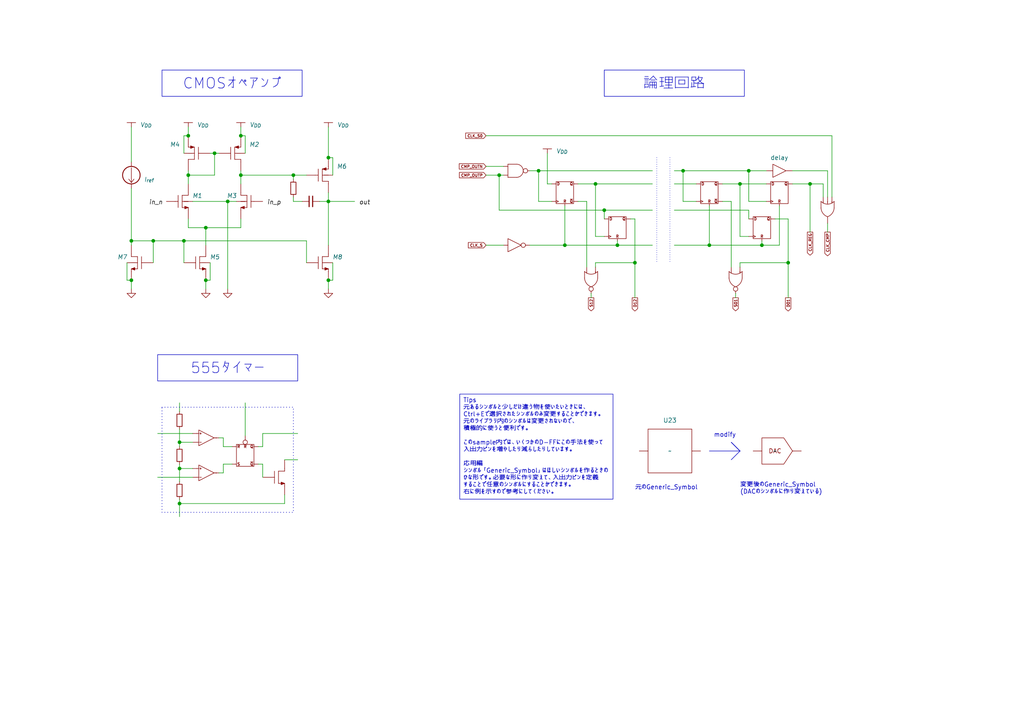
<source format=kicad_sch>
(kicad_sch (version 20230121) (generator eeschema)

  (uuid 95969ed8-3a0e-4f54-b05c-15f0e2c163e6)

  (paper "A4")

  (title_block
    (title "sample")
    (date "2023-06-29")
    (rev "v1.0")
  )

  (lib_symbols
    (symbol "D_FF_R_2" (pin_numbers hide) (pin_names (offset 0) hide) (in_bom yes) (on_board yes)
      (property "Reference" "U" (at 0 5.08 0)
        (effects (font (size 1.27 1.27)) hide)
      )
      (property "Value" "D_FF_R" (at 0 5.08 0)
        (effects (font (size 1.27 1.27)) hide)
      )
      (property "Footprint" "" (at 0 5.08 0)
        (effects (font (size 1.27 1.27)) hide)
      )
      (property "Datasheet" "" (at 0 5.08 0)
        (effects (font (size 1.27 1.27)) hide)
      )
      (symbol "D_FF_R_2_0_0"
        (polyline
          (pts
            (xy -2.54 -2.2352)
            (xy -1.8288 -2.54)
            (xy -2.54 -2.8448)
          )
          (stroke (width 0) (type default))
          (fill (type none))
        )
        (text "D" (at -1.905 2.54 0)
          (effects (font (size 0.8 0.8)))
        )
        (text "Q" (at 1.905 2.54 0)
          (effects (font (size 0.8 0.8)))
        )
        (text "R" (at 0 -2.54 0)
          (effects (font (size 0.8 0.8)))
        )
        (text "~{Q}" (at 1.905 -2.54 0)
          (effects (font (size 0.8 0.8)))
        )
      )
      (symbol "D_FF_R_2_0_1"
        (rectangle (start -2.54 3.175) (end 2.54 -3.175)
          (stroke (width 0) (type default))
          (fill (type none))
        )
      )
      (symbol "D_FF_R_2_1_1"
        (pin passive line (at -3.81 -2.54 0) (length 1.27)
          (name "C" (effects (font (size 1.27 1.27))))
          (number "1" (effects (font (size 1.27 1.27))))
        )
        (pin passive line (at -3.81 2.54 0) (length 1.27)
          (name "D" (effects (font (size 1.27 1.27))))
          (number "1" (effects (font (size 1.27 1.27))))
        )
        (pin passive line (at 3.81 2.54 180) (length 1.27)
          (name "Q" (effects (font (size 1.27 1.27))))
          (number "1" (effects (font (size 1.27 1.27))))
        )
        (pin passive line (at 0 -3.81 90) (length 0.63)
          (name "R" (effects (font (size 1.27 1.27))))
          (number "1" (effects (font (size 1.27 1.27))))
        )
        (pin passive line (at 3.81 -2.54 180) (length 1.27)
          (name "~Q" (effects (font (size 1.27 1.27))))
          (number "1" (effects (font (size 1.27 1.27))))
        )
      )
    )
    (symbol "D_FF_R_3" (pin_numbers hide) (pin_names (offset 0) hide) (in_bom yes) (on_board yes)
      (property "Reference" "U14" (at 0 5.08 0)
        (effects (font (size 1.27 1.27)) hide)
      )
      (property "Value" "D_FF_R" (at 0 5.08 0)
        (effects (font (size 1.27 1.27)) hide)
      )
      (property "Footprint" "" (at 0 5.08 0)
        (effects (font (size 1.27 1.27)) hide)
      )
      (property "Datasheet" "" (at 0 5.08 0)
        (effects (font (size 1.27 1.27)) hide)
      )
      (symbol "D_FF_R_3_0_0"
        (polyline
          (pts
            (xy -2.54 -2.2352)
            (xy -1.8288 -2.54)
            (xy -2.54 -2.8448)
          )
          (stroke (width 0) (type default))
          (fill (type none))
        )
        (text "D" (at -1.905 2.54 0)
          (effects (font (size 0.8 0.8)))
        )
        (text "Q" (at 1.905 2.54 0)
          (effects (font (size 0.8 0.8)))
        )
        (text "R" (at 0 -2.54 0)
          (effects (font (size 0.8 0.8)))
        )
      )
      (symbol "D_FF_R_3_0_1"
        (rectangle (start -2.54 3.175) (end 2.54 -3.175)
          (stroke (width 0) (type default))
          (fill (type none))
        )
      )
      (symbol "D_FF_R_3_1_1"
        (pin passive line (at -3.81 -2.54 0) (length 1.27)
          (name "C" (effects (font (size 1.27 1.27))))
          (number "1" (effects (font (size 1.27 1.27))))
        )
        (pin passive line (at -3.81 2.54 0) (length 1.27)
          (name "D" (effects (font (size 1.27 1.27))))
          (number "1" (effects (font (size 1.27 1.27))))
        )
        (pin passive line (at 3.81 2.54 180) (length 1.27)
          (name "Q" (effects (font (size 1.27 1.27))))
          (number "1" (effects (font (size 1.27 1.27))))
        )
        (pin passive line (at 0 -3.81 90) (length 0.63)
          (name "R" (effects (font (size 1.27 1.27))))
          (number "1" (effects (font (size 1.27 1.27))))
        )
      )
    )
    (symbol "Drafting_Symbols:C_Drafting" (pin_numbers hide) (pin_names (offset 0) hide) (in_bom yes) (on_board yes)
      (property "Reference" "C" (at 1.905 0.762 0)
        (effects (font (size 1.27 1.27)) (justify left))
      )
      (property "Value" "C" (at 1.905 -0.889 0)
        (effects (font (size 1.27 1.27)) (justify left))
      )
      (property "Footprint" "" (at 0 3.81 0)
        (effects (font (size 1.27 1.27)) hide)
      )
      (property "Datasheet" "" (at 0 3.81 0)
        (effects (font (size 1.27 1.27)) hide)
      )
      (symbol "C_Drafting_1_1"
        (polyline
          (pts
            (xy -1.524 -0.508)
            (xy 1.524 -0.508)
          )
          (stroke (width 0.3048) (type default))
          (fill (type none))
        )
        (polyline
          (pts
            (xy -1.524 0.508)
            (xy 1.524 0.508)
          )
          (stroke (width 0.3048) (type default))
          (fill (type none))
        )
        (pin passive line (at 0 2.54 270) (length 2.032)
          (name "~" (effects (font (size 1.27 1.27))))
          (number "1" (effects (font (size 1.27 1.27))))
        )
        (pin passive line (at 0 -2.54 90) (length 2.032)
          (name "~" (effects (font (size 1.27 1.27))))
          (number "2" (effects (font (size 1.27 1.27))))
        )
      )
    )
    (symbol "Drafting_Symbols:GND_Drafting" (pin_numbers hide) (pin_names (offset 0) hide) (in_bom yes) (on_board yes)
      (property "Reference" "U" (at 0 -3.81 0)
        (effects (font (size 1.27 1.27)) hide)
      )
      (property "Value" "GND_Drafting" (at 0 -3.81 0)
        (effects (font (size 1.27 1.27)) hide)
      )
      (property "Footprint" "" (at 0 -3.81 0)
        (effects (font (size 1.27 1.27)) hide)
      )
      (property "Datasheet" "" (at 0 -3.81 0)
        (effects (font (size 1.27 1.27)) hide)
      )
      (symbol "GND_Drafting_0_1"
        (polyline
          (pts
            (xy 0 0)
            (xy 0 -1.27)
            (xy 1.27 -1.27)
            (xy 0 -2.54)
            (xy -1.27 -1.27)
            (xy 0 -1.27)
          )
          (stroke (width 0) (type default))
          (fill (type none))
        )
      )
      (symbol "GND_Drafting_1_1"
        (pin power_in line (at 0 0 270) (length 0) hide
          (name "GND" (effects (font (size 1.27 1.27))))
          (number "1" (effects (font (size 1.27 1.27))))
        )
      )
    )
    (symbol "Drafting_Symbols:Generic_Symbol" (in_bom yes) (on_board yes)
      (property "Reference" "U" (at 0 7.62 0)
        (effects (font (size 1.27 1.27)))
      )
      (property "Value" "" (at 0 0 0)
        (effects (font (size 1.27 1.27)))
      )
      (property "Footprint" "" (at 0 0 0)
        (effects (font (size 1.27 1.27)) hide)
      )
      (property "Datasheet" "" (at 0 0 0)
        (effects (font (size 1.27 1.27)) hide)
      )
      (symbol "Generic_Symbol_0_1"
        (rectangle (start -6.35 6.35) (end 6.35 -6.35)
          (stroke (width 0) (type default))
          (fill (type none))
        )
      )
      (symbol "Generic_Symbol_1_1"
        (pin input line (at -8.89 0 0) (length 2.54)
          (name "" (effects (font (size 1.27 1.27))))
          (number "" (effects (font (size 1.27 1.27))))
        )
        (pin output line (at 8.89 0 180) (length 2.54)
          (name "" (effects (font (size 1.27 1.27))))
          (number "" (effects (font (size 1.27 1.27))))
        )
      )
    )
    (symbol "Drafting_Symbols:I_DC" (pin_numbers hide) (pin_names hide) (in_bom yes) (on_board yes)
      (property "Reference" "I_DC" (at 2.54 0 0)
        (effects (font (size 1.27 1.27)) (justify left))
      )
      (property "Value" "I_DC" (at 2.54 0 0)
        (effects (font (size 1.27 1.27)) (justify left))
      )
      (property "Footprint" "" (at 0 0 0)
        (effects (font (size 1.27 1.27)) hide)
      )
      (property "Datasheet" "" (at 0 0 0)
        (effects (font (size 1.27 1.27)) hide)
      )
      (symbol "I_DC_0_1"
        (polyline
          (pts
            (xy 0 2.159)
            (xy 0 -2.159)
          )
          (stroke (width 0) (type default))
          (fill (type none))
        )
        (polyline
          (pts
            (xy 0.762 1.143)
            (xy 0 2.159)
            (xy -0.762 1.143)
          )
          (stroke (width 0) (type default))
          (fill (type none))
        )
      )
      (symbol "I_DC_1_1"
        (circle (center 0 0) (radius 2.54)
          (stroke (width 0.254) (type default))
          (fill (type none))
        )
        (pin passive line (at 0 3.81 270) (length 1.27)
          (name "~" (effects (font (size 1.27 1.27))))
          (number "1" (effects (font (size 1.27 1.27))))
        )
        (pin passive line (at 0 -3.81 90) (length 1.27)
          (name "~" (effects (font (size 1.27 1.27))))
          (number "2" (effects (font (size 1.27 1.27))))
        )
      )
    )
    (symbol "Drafting_Symbols:NMOS3pin_1" (pin_numbers hide) (pin_names (offset 0) hide) (in_bom yes) (on_board yes)
      (property "Reference" "M" (at -1.27 6.35 0)
        (effects (font (size 1.27 1.27)))
      )
      (property "Value" "NMOS3pin_1" (at -1.27 6.35 0)
        (effects (font (size 1.27 1.27)) hide)
      )
      (property "Footprint" "" (at -1.27 6.35 0)
        (effects (font (size 1.27 1.27)) hide)
      )
      (property "Datasheet" "" (at -1.27 6.35 0)
        (effects (font (size 1.27 1.27)) hide)
      )
      (property "W" "" (at 0 0 0)
        (effects (font (size 1.27 1.27)))
      )
      (property "L" "" (at 0 0 0)
        (effects (font (size 1.27 1.27)))
      )
      (symbol "NMOS3pin_1_0_1"
        (polyline
          (pts
            (xy -3.81 0)
            (xy -2.9464 0)
          )
          (stroke (width 0) (type default))
          (fill (type none))
        )
        (polyline
          (pts
            (xy -2.9464 1.778)
            (xy -2.9464 -1.778)
          )
          (stroke (width 0) (type default))
          (fill (type none))
        )
        (polyline
          (pts
            (xy -1.778 1.778)
            (xy -1.778 -1.778)
          )
          (stroke (width 0) (type default))
          (fill (type none))
        )
        (polyline
          (pts
            (xy 0 -1.778)
            (xy -1.778 -1.778)
          )
          (stroke (width 0) (type default))
          (fill (type none))
        )
        (polyline
          (pts
            (xy 0 -1.778)
            (xy 0 -2.54)
          )
          (stroke (width 0) (type default))
          (fill (type none))
        )
        (polyline
          (pts
            (xy 0 1.778)
            (xy -1.778 1.778)
          )
          (stroke (width 0) (type default))
          (fill (type none))
        )
        (polyline
          (pts
            (xy 0 1.778)
            (xy 0 2.54)
          )
          (stroke (width 0) (type default))
          (fill (type none))
        )
        (polyline
          (pts
            (xy 0 -1.778)
            (xy -1.016 -2.159)
            (xy -1.016 -1.397)
            (xy 0 -1.778)
          )
          (stroke (width 0) (type default))
          (fill (type outline))
        )
      )
      (symbol "NMOS3pin_1_1_1"
        (pin passive line (at 0 5.08 270) (length 2.54)
          (name "D" (effects (font (size 1.27 1.27))))
          (number "1" (effects (font (size 1.27 1.27))))
        )
        (pin passive line (at -6.35 0 0) (length 2.54)
          (name "G" (effects (font (size 1.27 1.27))))
          (number "1" (effects (font (size 1.27 1.27))))
        )
        (pin passive line (at 0 -5.08 90) (length 2.54)
          (name "S" (effects (font (size 1.27 1.27))))
          (number "1" (effects (font (size 1.27 1.27))))
        )
      )
    )
    (symbol "Drafting_Symbols:NMOS4pin" (pin_numbers hide) (pin_names (offset 0) hide) (in_bom yes) (on_board yes)
      (property "Reference" "M" (at -1.27 6.35 0)
        (effects (font (size 1.27 1.27)))
      )
      (property "Value" "NMOS4pin" (at -1.27 6.35 0)
        (effects (font (size 1.27 1.27)) hide)
      )
      (property "Footprint" "" (at -1.27 6.35 0)
        (effects (font (size 1.27 1.27)) hide)
      )
      (property "Datasheet" "" (at -1.27 6.35 0)
        (effects (font (size 1.27 1.27)) hide)
      )
      (property "W" "" (at 0 0 0)
        (effects (font (size 1.27 1.27)))
      )
      (property "L" "" (at 0 0 0)
        (effects (font (size 1.27 1.27)))
      )
      (symbol "NMOS4pin_0_1"
        (polyline
          (pts
            (xy -3.81 0)
            (xy -2.9464 0)
          )
          (stroke (width 0) (type default))
          (fill (type none))
        )
        (polyline
          (pts
            (xy -2.9464 1.778)
            (xy -2.9464 -1.778)
          )
          (stroke (width 0) (type default))
          (fill (type none))
        )
        (polyline
          (pts
            (xy -1.778 1.778)
            (xy -1.778 -1.778)
          )
          (stroke (width 0) (type default))
          (fill (type none))
        )
        (polyline
          (pts
            (xy 0 -1.778)
            (xy -1.778 -1.778)
          )
          (stroke (width 0) (type default))
          (fill (type none))
        )
        (polyline
          (pts
            (xy 0 -1.778)
            (xy 0 -2.54)
          )
          (stroke (width 0) (type default))
          (fill (type none))
        )
        (polyline
          (pts
            (xy 0 0)
            (xy -1.778 0)
          )
          (stroke (width 0) (type default))
          (fill (type none))
        )
        (polyline
          (pts
            (xy 0 1.778)
            (xy -1.778 1.778)
          )
          (stroke (width 0) (type default))
          (fill (type none))
        )
        (polyline
          (pts
            (xy 0 1.778)
            (xy 0 2.54)
          )
          (stroke (width 0) (type default))
          (fill (type none))
        )
        (polyline
          (pts
            (xy 0 -1.778)
            (xy -1.016 -2.159)
            (xy -1.016 -1.397)
            (xy 0 -1.778)
          )
          (stroke (width 0) (type default))
          (fill (type outline))
        )
      )
      (symbol "NMOS4pin_1_1"
        (pin passive line (at 1.27 0 180) (length 2.54)
          (name "B" (effects (font (size 1.27 1.27))))
          (number "1" (effects (font (size 1.27 1.27))))
        )
        (pin passive line (at 0 5.08 270) (length 2.54)
          (name "D" (effects (font (size 1.27 1.27))))
          (number "1" (effects (font (size 1.27 1.27))))
        )
        (pin passive line (at -6.35 0 0) (length 2.54)
          (name "G" (effects (font (size 1.27 1.27))))
          (number "1" (effects (font (size 1.27 1.27))))
        )
        (pin passive line (at 0 -5.08 90) (length 2.54)
          (name "S" (effects (font (size 1.27 1.27))))
          (number "1" (effects (font (size 1.27 1.27))))
        )
      )
    )
    (symbol "Drafting_Symbols:OP_AMP" (pin_numbers hide) (pin_names (offset 0) hide) (in_bom yes) (on_board yes)
      (property "Reference" "U" (at 0 3.81 0)
        (effects (font (size 1.27 1.27)) hide)
      )
      (property "Value" "OP_AMP" (at 0 3.81 0)
        (effects (font (size 1.27 1.27)) hide)
      )
      (property "Footprint" "" (at 0 3.81 0)
        (effects (font (size 1.27 1.27)) hide)
      )
      (property "Datasheet" "" (at 0 3.81 0)
        (effects (font (size 1.27 1.27)) hide)
      )
      (symbol "OP_AMP_0_1"
        (polyline
          (pts
            (xy -2.54 1.27)
            (xy -2.032 1.27)
          )
          (stroke (width 0) (type default))
          (fill (type none))
        )
        (polyline
          (pts
            (xy -2.032 -1.27)
            (xy -2.54 -1.27)
          )
          (stroke (width 0) (type default))
          (fill (type none))
        )
        (polyline
          (pts
            (xy -1.778 -1.27)
            (xy -1.27 -1.27)
          )
          (stroke (width 0) (type default))
          (fill (type none))
        )
        (polyline
          (pts
            (xy -1.778 1.27)
            (xy -1.27 1.27)
          )
          (stroke (width 0) (type default))
          (fill (type none))
        )
        (polyline
          (pts
            (xy -1.524 1.524)
            (xy -1.524 1.016)
          )
          (stroke (width 0) (type default))
          (fill (type none))
        )
        (polyline
          (pts
            (xy 2.413 0)
            (xy 3.175 0)
          )
          (stroke (width 0) (type default))
          (fill (type none))
        )
        (polyline
          (pts
            (xy 2.54 0)
            (xy 2.54 0)
          )
          (stroke (width 0) (type default))
          (fill (type none))
        )
        (polyline
          (pts
            (xy 2.413 0)
            (xy -2.032 2.286)
            (xy -2.032 -2.286)
            (xy 2.413 0)
          )
          (stroke (width 0) (type default))
          (fill (type none))
        )
      )
      (symbol "OP_AMP_1_1"
        (pin passive line (at -3.81 -1.27 0) (length 1.25)
          (name "in_n" (effects (font (size 1.27 1.27))))
          (number "1" (effects (font (size 1.27 1.27))))
        )
        (pin passive line (at -3.81 1.27 0) (length 1.25)
          (name "in_p" (effects (font (size 1.27 1.27))))
          (number "1" (effects (font (size 1.27 1.27))))
        )
        (pin passive line (at 3.81 0 180) (length 1)
          (name "out" (effects (font (size 1.27 1.27))))
          (number "1" (effects (font (size 1.27 1.27))))
        )
      )
    )
    (symbol "Drafting_Symbols:PMOS4pin" (pin_numbers hide) (pin_names (offset 0) hide) (in_bom yes) (on_board yes)
      (property "Reference" "M" (at -1.27 6.35 0)
        (effects (font (size 1.27 1.27)))
      )
      (property "Value" "PMOS4pin" (at -1.27 6.35 0)
        (effects (font (size 1.27 1.27)) hide)
      )
      (property "Footprint" "" (at -1.27 6.35 0)
        (effects (font (size 1.27 1.27)) hide)
      )
      (property "Datasheet" "" (at -1.27 6.35 0)
        (effects (font (size 1.27 1.27)) hide)
      )
      (property "W" "" (at 0 0 0)
        (effects (font (size 1.27 1.27)))
      )
      (property "L" "" (at 0 0 0)
        (effects (font (size 1.27 1.27)))
      )
      (symbol "PMOS4pin_0_1"
        (polyline
          (pts
            (xy -3.81 0)
            (xy -2.9464 0)
          )
          (stroke (width 0) (type default))
          (fill (type none))
        )
        (polyline
          (pts
            (xy -2.9464 1.778)
            (xy -2.9464 -1.778)
          )
          (stroke (width 0) (type default))
          (fill (type none))
        )
        (polyline
          (pts
            (xy -1.778 1.778)
            (xy -1.778 -1.778)
          )
          (stroke (width 0) (type default))
          (fill (type none))
        )
        (polyline
          (pts
            (xy 0 -1.778)
            (xy -1.778 -1.778)
          )
          (stroke (width 0) (type default))
          (fill (type none))
        )
        (polyline
          (pts
            (xy 0 -1.778)
            (xy 0 -2.54)
          )
          (stroke (width 0) (type default))
          (fill (type none))
        )
        (polyline
          (pts
            (xy 0 0)
            (xy -1.778 0)
          )
          (stroke (width 0) (type default))
          (fill (type none))
        )
        (polyline
          (pts
            (xy 0 1.778)
            (xy -1.778 1.778)
          )
          (stroke (width 0) (type default))
          (fill (type none))
        )
        (polyline
          (pts
            (xy 0 1.778)
            (xy 0 2.54)
          )
          (stroke (width 0) (type default))
          (fill (type none))
        )
        (polyline
          (pts
            (xy -1.6764 1.778)
            (xy -0.6604 2.159)
            (xy -0.6604 1.397)
            (xy -1.6764 1.778)
          )
          (stroke (width 0) (type default))
          (fill (type outline))
        )
      )
      (symbol "PMOS4pin_1_1"
        (pin passive line (at 1.27 0 180) (length 2.54)
          (name "B" (effects (font (size 1.27 1.27))))
          (number "1" (effects (font (size 1.27 1.27))))
        )
        (pin passive line (at 0 -5.08 90) (length 2.54)
          (name "D" (effects (font (size 1.27 1.27))))
          (number "1" (effects (font (size 1.27 1.27))))
        )
        (pin passive line (at -6.35 0 0) (length 2.54)
          (name "G" (effects (font (size 1.27 1.27))))
          (number "1" (effects (font (size 1.27 1.27))))
        )
        (pin passive line (at 0 5.08 270) (length 2.54)
          (name "S" (effects (font (size 1.27 1.27))))
          (number "1" (effects (font (size 1.27 1.27))))
        )
      )
    )
    (symbol "Drafting_Symbols:RS_FF" (pin_numbers hide) (pin_names (offset 0) hide) (in_bom yes) (on_board yes)
      (property "Reference" "U22" (at 0 5.08 0)
        (effects (font (size 1.27 1.27)) hide)
      )
      (property "Value" "RS_FF" (at 0 5.08 0)
        (effects (font (size 1.27 1.27)) hide)
      )
      (property "Footprint" "" (at 0 5.08 0)
        (effects (font (size 1.27 1.27)) hide)
      )
      (property "Datasheet" "" (at 0 5.08 0)
        (effects (font (size 1.27 1.27)) hide)
      )
      (symbol "RS_FF_0_0"
        (text "Q" (at 1.905 2.54 0)
          (effects (font (size 0.8 0.8)))
        )
        (text "R" (at -1.905 2.54 0)
          (effects (font (size 0.8 0.8)))
        )
        (text "R" (at 0 2.54 0)
          (effects (font (size 0.8 0.8)))
        )
        (text "S" (at -1.905 -2.54 0)
          (effects (font (size 0.8 0.8)))
        )
        (text "~{Q}" (at 1.905 -2.54 0)
          (effects (font (size 0.8 0.8)))
        )
      )
      (symbol "RS_FF_0_1"
        (rectangle (start -2.54 3.175) (end 2.54 -3.175)
          (stroke (width 0) (type default))
          (fill (type none))
        )
        (circle (center 0 3.81) (radius 0.635)
          (stroke (width 0) (type default))
          (fill (type none))
        )
      )
      (symbol "RS_FF_1_1"
        (pin passive line (at 3.81 2.54 180) (length 1.27)
          (name "Q" (effects (font (size 1.27 1.27))))
          (number "1" (effects (font (size 1.27 1.27))))
        )
        (pin passive line (at -3.81 -2.54 0) (length 1.27)
          (name "R" (effects (font (size 1.27 1.27))))
          (number "1" (effects (font (size 1.27 1.27))))
        )
        (pin passive line (at 0 5.715 270) (length 1.27)
          (name "R" (effects (font (size 1.27 1.27))))
          (number "1" (effects (font (size 1.27 1.27))))
        )
        (pin passive line (at -3.81 2.54 0) (length 1.27)
          (name "S" (effects (font (size 1.27 1.27))))
          (number "1" (effects (font (size 1.27 1.27))))
        )
        (pin passive line (at 3.81 -2.54 180) (length 1.27)
          (name "~Q" (effects (font (size 1.27 1.27))))
          (number "1" (effects (font (size 1.27 1.27))))
        )
      )
    )
    (symbol "Drafting_Symbols:R_Drafting" (pin_numbers hide) (pin_names (offset 0.254) hide) (in_bom yes) (on_board yes)
      (property "Reference" "R" (at 0.762 0.762 0)
        (effects (font (size 1.27 1.27)) (justify left))
      )
      (property "Value" "R" (at 0.762 -0.889 0)
        (effects (font (size 1.27 1.27)) (justify left))
      )
      (property "Footprint" "" (at 0 0 0)
        (effects (font (size 1.27 1.27)) hide)
      )
      (property "Datasheet" "" (at 0 0 0)
        (effects (font (size 1.27 1.27)) hide)
      )
      (property "ki_fp_filters" "R_*" (at 0 0 0)
        (effects (font (size 1.27 1.27)) hide)
      )
      (symbol "R_Drafting_0_1"
        (rectangle (start -0.762 1.778) (end 0.762 -1.778)
          (stroke (width 0.2032) (type default))
          (fill (type none))
        )
      )
      (symbol "R_Drafting_1_1"
        (pin passive line (at 0 2.54 270) (length 0.762)
          (name "~" (effects (font (size 1.27 1.27))))
          (number "1" (effects (font (size 1.27 1.27))))
        )
        (pin passive line (at 0 -2.54 90) (length 0.762)
          (name "~" (effects (font (size 1.27 1.27))))
          (number "2" (effects (font (size 1.27 1.27))))
        )
      )
    )
    (symbol "Drafting_Symbols:VDD_Drafting" (pin_numbers hide) (pin_names (offset 0) hide) (in_bom yes) (on_board yes)
      (property "Reference" "U" (at 0 2.54 0)
        (effects (font (size 1.27 1.27)) hide)
      )
      (property "Value" "VDD_Drafting" (at 0 2.54 0)
        (effects (font (size 1.27 1.27)))
      )
      (property "Footprint" "" (at 0 2.54 0)
        (effects (font (size 1.27 1.27)) hide)
      )
      (property "Datasheet" "" (at 0 2.54 0)
        (effects (font (size 1.27 1.27)) hide)
      )
      (symbol "VDD_Drafting_0_1"
        (polyline
          (pts
            (xy 0 0)
            (xy 0 1.27)
            (xy -1.27 1.27)
            (xy 1.27 1.27)
            (xy 0 1.27)
          )
          (stroke (width 0) (type default))
          (fill (type none))
        )
      )
      (symbol "VDD_Drafting_1_1"
        (pin power_in line (at 0 0 90) (length 0) hide
          (name "GND" (effects (font (size 1.27 1.27))))
          (number "1" (effects (font (size 1.27 1.27))))
        )
      )
    )
    (symbol "Drafting_Symbols:nor21" (pin_numbers hide) (pin_names (offset 0) hide) (in_bom yes) (on_board yes)
      (property "Reference" "U" (at 0 3.81 0)
        (effects (font (size 1.27 1.27)) hide)
      )
      (property "Value" "nor21" (at 0 3.81 0)
        (effects (font (size 1.27 1.27)) hide)
      )
      (property "Footprint" "" (at 0 3.81 0)
        (effects (font (size 1.27 1.27)) hide)
      )
      (property "Datasheet" "" (at 0 3.81 0)
        (effects (font (size 1.27 1.27)) hide)
      )
      (symbol "nor21_0_1"
        (arc (start -2.54 -1.905) (mid -1.7509 0) (end -2.54 1.905)
          (stroke (width 0) (type default))
          (fill (type none))
        )
        (arc (start -0.635 -1.905) (mid 0.9209 -1.3337) (end 1.905 0)
          (stroke (width 0) (type default))
          (fill (type none))
        )
        (polyline
          (pts
            (xy -2.54 -1.905)
            (xy -0.635 -1.905)
          )
          (stroke (width 0) (type default))
          (fill (type none))
        )
        (polyline
          (pts
            (xy -2.54 1.905)
            (xy -0.635 1.905)
          )
          (stroke (width 0) (type default))
          (fill (type none))
        )
        (polyline
          (pts
            (xy -2.0828 -1.27)
            (xy -2.6416 -1.27)
          )
          (stroke (width 0) (type default))
          (fill (type none))
        )
        (polyline
          (pts
            (xy -2.0828 1.27)
            (xy -2.54 1.27)
          )
          (stroke (width 0) (type default))
          (fill (type none))
        )
        (arc (start 1.905 0) (mid 0.9207 1.3335) (end -0.635 1.905)
          (stroke (width 0) (type default))
          (fill (type none))
        )
        (circle (center 2.54 0) (radius 0.635)
          (stroke (width 0) (type default))
          (fill (type none))
        )
      )
      (symbol "nor21_1_1"
        (pin passive line (at -3.81 1.27 0) (length 1.5)
          (name "A" (effects (font (size 1.27 1.27))))
          (number "1" (effects (font (size 1.27 1.27))))
        )
        (pin passive line (at -3.81 -1.27 0) (length 1.5)
          (name "B" (effects (font (size 1.27 1.27))))
          (number "1" (effects (font (size 1.27 1.27))))
        )
        (pin passive line (at 3.81 0 180) (length 0.63)
          (name "Y" (effects (font (size 1.27 1.27))))
          (number "1" (effects (font (size 1.27 1.27))))
        )
      )
    )
    (symbol "Drafting_Symbols:not" (pin_numbers hide) (pin_names (offset 0) hide) (in_bom yes) (on_board yes)
      (property "Reference" "U" (at 0 3.81 0)
        (effects (font (size 1.27 1.27)) hide)
      )
      (property "Value" "not" (at 0 3.81 0)
        (effects (font (size 1.27 1.27)) hide)
      )
      (property "Footprint" "" (at 0 3.81 0)
        (effects (font (size 1.27 1.27)) hide)
      )
      (property "Datasheet" "" (at 0 3.81 0)
        (effects (font (size 1.27 1.27)) hide)
      )
      (symbol "not_0_1"
        (polyline
          (pts
            (xy 1.27 0)
            (xy -2.54 1.905)
            (xy -2.54 -1.905)
            (xy 1.27 0)
          )
          (stroke (width 0) (type default))
          (fill (type none))
        )
        (circle (center 1.905 0) (radius 0.635)
          (stroke (width 0) (type default))
          (fill (type none))
        )
      )
      (symbol "not_1_1"
        (pin passive line (at -3.81 0 0) (length 1.27)
          (name "A" (effects (font (size 1.27 1.27))))
          (number "1" (effects (font (size 1.27 1.27))))
        )
        (pin passive line (at 3.81 0 180) (length 1.27)
          (name "Y" (effects (font (size 1.27 1.27))))
          (number "1" (effects (font (size 1.27 1.27))))
        )
      )
    )
    (symbol "Generic_Symbol_1" (in_bom yes) (on_board yes)
      (property "Reference" "U24" (at 0 8.89 0)
        (effects (font (size 1.27 1.27)))
      )
      (property "Value" "" (at 0 0 0)
        (effects (font (size 1.27 1.27)))
      )
      (property "Footprint" "" (at -1.27 0 0)
        (effects (font (size 1.27 1.27)) hide)
      )
      (property "Datasheet" "" (at -1.27 0 0)
        (effects (font (size 1.27 1.27)) hide)
      )
      (symbol "Generic_Symbol_1_0_1"
        (polyline
          (pts
            (xy 5.08 0)
            (xy 2.54 -3.81)
            (xy -3.81 -3.81)
            (xy -3.81 3.81)
            (xy 2.54 3.81)
            (xy 5.08 0)
          )
          (stroke (width 0) (type default))
          (fill (type none))
        )
      )
      (symbol "Generic_Symbol_1_1_1"
        (text "DAC" (at 0 0 0)
          (effects (font (size 1.27 1.27)))
        )
        (pin input line (at -6.35 0 0) (length 2.54)
          (name "" (effects (font (size 1.27 1.27))))
          (number "" (effects (font (size 1.27 1.27))))
        )
        (pin output line (at 7.62 0 180) (length 2.54)
          (name "" (effects (font (size 1.27 1.27))))
          (number "" (effects (font (size 1.27 1.27))))
        )
      )
    )
    (symbol "buf_1" (pin_numbers hide) (pin_names (offset 0) hide) (in_bom yes) (on_board yes)
      (property "Reference" "U" (at 0 3.81 0)
        (effects (font (size 1.27 1.27)) hide)
      )
      (property "Value" "buf" (at 0 3.81 0)
        (effects (font (size 1.27 1.27)) hide)
      )
      (property "Footprint" "" (at 0 3.81 0)
        (effects (font (size 1.27 1.27)) hide)
      )
      (property "Datasheet" "" (at 0 3.81 0)
        (effects (font (size 1.27 1.27)) hide)
      )
      (symbol "buf_1_0_1"
        (polyline
          (pts
            (xy 1.905 0)
            (xy -1.905 1.905)
            (xy -1.905 -1.905)
            (xy 1.905 0)
          )
          (stroke (width 0) (type default))
          (fill (type none))
        )
      )
      (symbol "buf_1_1_1"
        (pin passive line (at -3.81 0 0) (length 1.9)
          (name "A" (effects (font (size 1.27 1.27))))
          (number "1" (effects (font (size 1.27 1.27))))
        )
        (pin passive line (at 3.81 0 180) (length 1.9)
          (name "Y" (effects (font (size 1.27 1.27))))
          (number "1" (effects (font (size 1.27 1.27))))
        )
      )
    )
    (symbol "nand21_1" (pin_numbers hide) (pin_names (offset 0) hide) (in_bom yes) (on_board yes)
      (property "Reference" "U" (at 0 3.81 0)
        (effects (font (size 1.27 1.27)) hide)
      )
      (property "Value" "nand21" (at 0 3.81 0)
        (effects (font (size 1.27 1.27)) hide)
      )
      (property "Footprint" "" (at 0 3.81 0)
        (effects (font (size 1.27 1.27)) hide)
      )
      (property "Datasheet" "" (at 0 3.81 0)
        (effects (font (size 1.27 1.27)) hide)
      )
      (symbol "nand21_1_0_1"
        (arc (start 0 -1.905) (mid 1.8857 0) (end 0 1.905)
          (stroke (width 0) (type default))
          (fill (type none))
        )
        (polyline
          (pts
            (xy -2.54 -1.905)
            (xy 0 -1.905)
          )
          (stroke (width 0) (type default))
          (fill (type none))
        )
        (polyline
          (pts
            (xy -2.54 1.905)
            (xy -2.54 -1.905)
          )
          (stroke (width 0) (type default))
          (fill (type none))
        )
        (polyline
          (pts
            (xy -2.54 1.905)
            (xy 0 1.905)
          )
          (stroke (width 0) (type default))
          (fill (type none))
        )
        (circle (center 2.54 0) (radius 0.635)
          (stroke (width 0) (type default))
          (fill (type none))
        )
      )
      (symbol "nand21_1_1_1"
        (pin passive line (at -3.81 1.27 0) (length 1.25)
          (name "A" (effects (font (size 1.27 1.27))))
          (number "1" (effects (font (size 1.27 1.27))))
        )
        (pin passive line (at -3.81 -1.27 0) (length 1.25)
          (name "B" (effects (font (size 1.27 1.27))))
          (number "1" (effects (font (size 1.27 1.27))))
        )
        (pin passive line (at 3.81 0 180) (length 0.63)
          (name "Y" (effects (font (size 1.27 1.27))))
          (number "1" (effects (font (size 1.27 1.27))))
        )
      )
    )
    (symbol "or31_1" (pin_numbers hide) (pin_names (offset 0) hide) (in_bom yes) (on_board yes)
      (property "Reference" "U" (at 0 3.81 0)
        (effects (font (size 1.27 1.27)) hide)
      )
      (property "Value" "or31" (at 0 3.81 0)
        (effects (font (size 1.27 1.27)) hide)
      )
      (property "Footprint" "" (at 0 3.81 0)
        (effects (font (size 1.27 1.27)) hide)
      )
      (property "Datasheet" "" (at 0 3.81 0)
        (effects (font (size 1.27 1.27)) hide)
      )
      (symbol "or31_1_0_1"
        (arc (start -2.54 -1.905) (mid -1.7509 0) (end -2.54 1.905)
          (stroke (width 0) (type default))
          (fill (type none))
        )
        (arc (start -0.635 -1.905) (mid 0.9209 -1.3337) (end 1.905 0)
          (stroke (width 0) (type default))
          (fill (type none))
        )
        (polyline
          (pts
            (xy -2.54 -1.905)
            (xy -0.635 -1.905)
          )
          (stroke (width 0) (type default))
          (fill (type none))
        )
        (polyline
          (pts
            (xy -2.54 1.905)
            (xy -0.635 1.905)
          )
          (stroke (width 0) (type default))
          (fill (type none))
        )
        (polyline
          (pts
            (xy -2.0828 -1.27)
            (xy -2.6416 -1.27)
          )
          (stroke (width 0) (type default))
          (fill (type none))
        )
        (polyline
          (pts
            (xy -2.0828 1.27)
            (xy -2.54 1.27)
          )
          (stroke (width 0) (type default))
          (fill (type none))
        )
        (polyline
          (pts
            (xy -1.778 0)
            (xy -2.4638 0)
          )
          (stroke (width 0) (type default))
          (fill (type none))
        )
        (arc (start 1.905 0) (mid 0.9207 1.3335) (end -0.635 1.905)
          (stroke (width 0) (type default))
          (fill (type none))
        )
      )
      (symbol "or31_1_1_1"
        (pin passive line (at -3.81 1.27 0) (length 1.5)
          (name "A" (effects (font (size 1.27 1.27))))
          (number "1" (effects (font (size 1.27 1.27))))
        )
        (pin passive line (at -3.81 0 0) (length 1.5)
          (name "B" (effects (font (size 1.27 1.27))))
          (number "1" (effects (font (size 1.27 1.27))))
        )
        (pin passive line (at -3.81 -1.27 0) (length 1.5)
          (name "C" (effects (font (size 1.27 1.27))))
          (number "1" (effects (font (size 1.27 1.27))))
        )
        (pin passive line (at 3.81 0 180) (length 1.9)
          (name "Y" (effects (font (size 1.27 1.27))))
          (number "1" (effects (font (size 1.27 1.27))))
        )
      )
    )
  )

  (junction (at 69.85 50.8) (diameter 0) (color 0 0 0 0)
    (uuid 007a1a63-5c08-4692-aaeb-11f879ff0295)
  )
  (junction (at 95.25 45.72) (diameter 0) (color 0 0 0 0)
    (uuid 00a3194a-5fb0-480c-ab7c-59d0d7eb867a)
  )
  (junction (at 175.26 60.96) (diameter 0) (color 0 0 0 0)
    (uuid 01245474-d0c9-4dbb-adbd-7460a89413ca)
  )
  (junction (at 198.12 49.53) (diameter 0) (color 0 0 0 0)
    (uuid 032867de-c634-4989-896d-900773d92596)
  )
  (junction (at 52.07 128.27) (diameter 0) (color 0 0 0 0)
    (uuid 055745e5-203f-4232-9d48-05e7a72954ed)
  )
  (junction (at 38.1 81.28) (diameter 0) (color 0 0 0 0)
    (uuid 125be9b6-eeea-41f4-83a6-beefa2baf8a0)
  )
  (junction (at 95.25 81.28) (diameter 0) (color 0 0 0 0)
    (uuid 170fddfe-ed5a-4a34-bc0b-1617b0f7a83b)
  )
  (junction (at 205.74 71.12) (diameter 0) (color 0 0 0 0)
    (uuid 2318a481-09b4-4dfc-8ad2-3343ae551bdc)
  )
  (junction (at 163.83 71.12) (diameter 0) (color 0 0 0 0)
    (uuid 26a3c4ba-fe50-405a-a590-5b52385bd12e)
  )
  (junction (at 184.15 76.2) (diameter 0) (color 0 0 0 0)
    (uuid 31ef1c81-c662-4c62-9e53-f6edd07cae63)
  )
  (junction (at 220.98 71.12) (diameter 0) (color 0 0 0 0)
    (uuid 34161123-ecd6-47b7-9258-b711555f8c14)
  )
  (junction (at 59.69 66.04) (diameter 0) (color 0 0 0 0)
    (uuid 3696a5f4-2968-4a7d-9e6f-600e1e9d6b9e)
  )
  (junction (at 228.6 76.2) (diameter 0) (color 0 0 0 0)
    (uuid 47650cac-f031-420f-9984-c4cb13dfec4c)
  )
  (junction (at 179.07 71.12) (diameter 0) (color 0 0 0 0)
    (uuid 4d9f795e-4ed4-404d-a7fd-55c21d469301)
  )
  (junction (at 38.1 69.85) (diameter 0) (color 0 0 0 0)
    (uuid 50701dc5-087f-48bf-b772-8ddd877c2a87)
  )
  (junction (at 62.23 44.45) (diameter 0) (color 0 0 0 0)
    (uuid 544f6c7f-0cde-4f53-9454-340dbe6dd4e0)
  )
  (junction (at 85.09 50.8) (diameter 0) (color 0 0 0 0)
    (uuid 63fa2c72-f572-4c84-8ff8-5167364ce7dc)
  )
  (junction (at 66.04 58.42) (diameter 0) (color 0 0 0 0)
    (uuid 704dc970-a658-4fad-a60f-722742f8ee3c)
  )
  (junction (at 234.95 53.34) (diameter 0) (color 0 0 0 0)
    (uuid 79a1966a-6e61-4b93-86ed-d98cb0e5aeef)
  )
  (junction (at 69.85 39.37) (diameter 0) (color 0 0 0 0)
    (uuid 96b26167-a993-4770-9f69-c898ec27d86a)
  )
  (junction (at 95.25 58.42) (diameter 0) (color 0 0 0 0)
    (uuid 9828a265-19c4-4fcb-b7bc-a1872540c2a8)
  )
  (junction (at 59.69 81.28) (diameter 0) (color 0 0 0 0)
    (uuid a606f38d-ab3c-4726-8961-e799efa227d6)
  )
  (junction (at 54.61 50.8) (diameter 0) (color 0 0 0 0)
    (uuid a63e5be4-53c7-4964-b186-6d16409203c3)
  )
  (junction (at 52.07 135.89) (diameter 0) (color 0 0 0 0)
    (uuid a985fa21-bce6-4c1b-b6d1-e7b99747c049)
  )
  (junction (at 217.17 49.53) (diameter 0) (color 0 0 0 0)
    (uuid ac552a6d-b745-4854-a215-f4d95fcf6561)
  )
  (junction (at 144.78 50.8) (diameter 0) (color 0 0 0 0)
    (uuid b452ab6b-ff64-4017-8f62-eed104719c96)
  )
  (junction (at 52.07 146.05) (diameter 0) (color 0 0 0 0)
    (uuid c91dd287-df96-47dc-a742-b7369e6360f6)
  )
  (junction (at 214.63 53.34) (diameter 0) (color 0 0 0 0)
    (uuid cf5afc4b-8d91-4a69-830e-5c4c3ae8c19e)
  )
  (junction (at 156.21 49.53) (diameter 0) (color 0 0 0 0)
    (uuid d36e2667-43ce-461e-8d77-2f0c0b9576db)
  )
  (junction (at 54.61 39.37) (diameter 0) (color 0 0 0 0)
    (uuid e27ca291-76c8-48b1-98f8-43bb7e87a92c)
  )
  (junction (at 44.45 69.85) (diameter 0) (color 0 0 0 0)
    (uuid e6462def-b007-4402-a1fd-52032acf71af)
  )
  (junction (at 172.72 53.34) (diameter 0) (color 0 0 0 0)
    (uuid e8df4bce-ca69-44fc-8caa-3d6d3e147d62)
  )
  (junction (at 53.34 69.85) (diameter 0) (color 0 0 0 0)
    (uuid f06372db-b7fb-4f86-97a8-de5b807ed960)
  )

  (wire (pts (xy 205.74 71.12) (xy 220.98 71.12))
    (stroke (width 0) (type default))
    (uuid 00c62438-15bb-44a1-81f2-beb7ed3ff7d2)
  )
  (wire (pts (xy 76.2 125.73) (xy 86.36 125.73))
    (stroke (width 0) (type default))
    (uuid 025b7241-24a3-4533-90f2-4a17fa000354)
  )
  (wire (pts (xy 54.61 66.04) (xy 59.69 66.04))
    (stroke (width 0) (type default))
    (uuid 052c8a60-d86d-4a89-9af9-f1241ebffc37)
  )
  (wire (pts (xy 238.76 53.34) (xy 238.76 57.15))
    (stroke (width 0) (type default))
    (uuid 084e7581-12d1-4902-a43f-88d9878d40d3)
  )
  (wire (pts (xy 52.07 135.89) (xy 52.07 134.62))
    (stroke (width 0) (type default))
    (uuid 0d3fd0d7-51e3-477d-91dc-a12db3162dee)
  )
  (wire (pts (xy 45.72 138.43) (xy 55.88 138.43))
    (stroke (width 0) (type default))
    (uuid 0ef463bd-2c27-43f9-9094-16ef6e84c8de)
  )
  (wire (pts (xy 69.85 49.53) (xy 69.85 50.8))
    (stroke (width 0) (type default))
    (uuid 0f3d5367-312e-4b7f-9b2a-ced2e9ceba6b)
  )
  (wire (pts (xy 140.97 71.12) (xy 146.05 71.12))
    (stroke (width 0) (type default))
    (uuid 0f93386b-2a78-4ab6-9f82-5f489915d250)
  )
  (wire (pts (xy 213.36 86.36) (xy 213.36 85.09))
    (stroke (width 0) (type default))
    (uuid 104b1e86-cd43-4f71-a110-8fc7cc91d759)
  )
  (wire (pts (xy 76.2 134.62) (xy 76.2 138.43))
    (stroke (width 0) (type default))
    (uuid 10eebf24-11be-45e9-b253-5f597fedb13e)
  )
  (wire (pts (xy 156.21 49.53) (xy 156.21 58.42))
    (stroke (width 0) (type default))
    (uuid 11714381-e154-4d4d-98ac-578a47f5636f)
  )
  (wire (pts (xy 64.77 127) (xy 64.77 129.54))
    (stroke (width 0) (type default))
    (uuid 12c35718-86be-48d8-8630-4b6ee01b8f1c)
  )
  (wire (pts (xy 62.23 50.8) (xy 62.23 44.45))
    (stroke (width 0) (type default))
    (uuid 13293635-3e23-456e-b69e-0ec0d815dccd)
  )
  (wire (pts (xy 163.83 59.69) (xy 163.83 71.12))
    (stroke (width 0) (type default))
    (uuid 13adf2da-c5ec-40eb-ac42-9ca61043d7bf)
  )
  (wire (pts (xy 60.96 81.28) (xy 59.69 81.28))
    (stroke (width 0) (type default))
    (uuid 15f60634-6f9f-40c9-bbec-358c2809ce98)
  )
  (wire (pts (xy 240.03 49.53) (xy 240.03 57.15))
    (stroke (width 0) (type default))
    (uuid 17b42212-794d-4ce1-9774-31a3f4546d2b)
  )
  (wire (pts (xy 76.2 129.54) (xy 76.2 125.73))
    (stroke (width 0) (type default))
    (uuid 17e75a2e-cdce-44eb-b1a5-ca392fbfb1bb)
  )
  (wire (pts (xy 171.45 86.36) (xy 171.45 85.09))
    (stroke (width 0) (type default))
    (uuid 18d2af40-41c1-42ef-8506-cb069397d8b2)
  )
  (wire (pts (xy 44.45 69.85) (xy 53.34 69.85))
    (stroke (width 0) (type default))
    (uuid 19ada477-290c-466c-9d90-1e20deadf761)
  )
  (wire (pts (xy 212.09 58.42) (xy 212.09 77.47))
    (stroke (width 0) (type default))
    (uuid 1a4c7bce-2949-48a0-b4b6-c455ac8b6228)
  )
  (wire (pts (xy 184.15 63.5) (xy 182.88 63.5))
    (stroke (width 0) (type default))
    (uuid 1a558ed9-096f-4d13-908b-ad44a1f906f1)
  )
  (wire (pts (xy 52.07 128.27) (xy 52.07 124.46))
    (stroke (width 0) (type default))
    (uuid 1ad8b6ab-4cc2-457c-925b-7161e8718ff3)
  )
  (wire (pts (xy 172.72 53.34) (xy 172.72 68.58))
    (stroke (width 0) (type default))
    (uuid 1c83e27f-0faf-4caf-8947-e3dbb119e97e)
  )
  (wire (pts (xy 59.69 83.82) (xy 59.69 81.28))
    (stroke (width 0) (type default))
    (uuid 1eb2cbe7-bd8f-4456-a766-edc3234ee522)
  )
  (wire (pts (xy 228.6 63.5) (xy 224.79 63.5))
    (stroke (width 0) (type default))
    (uuid 211d813a-9592-4e02-b46a-ea862902710c)
  )
  (wire (pts (xy 69.85 36.83) (xy 69.85 39.37))
    (stroke (width 0) (type default))
    (uuid 229d4a14-9b1c-413b-a0c4-42e9ee54976d)
  )
  (polyline (pts (xy 194.31 45.72) (xy 194.31 76.2))
    (stroke (width 0) (type dot))
    (uuid 238d02e1-a22a-4318-acbe-fd55efb56e15)
  )

  (wire (pts (xy 156.21 58.42) (xy 160.02 58.42))
    (stroke (width 0) (type default))
    (uuid 23f87dc9-96b8-4361-adb1-5fba57a90a67)
  )
  (wire (pts (xy 195.58 49.53) (xy 198.12 49.53))
    (stroke (width 0) (type default))
    (uuid 2a173288-51bc-4d87-bb3f-ee5e3a10ca28)
  )
  (wire (pts (xy 63.5 127) (xy 64.77 127))
    (stroke (width 0) (type default))
    (uuid 2b05ef02-e7be-4736-807b-c0e5ecbeb482)
  )
  (wire (pts (xy 195.58 53.34) (xy 201.93 53.34))
    (stroke (width 0) (type default))
    (uuid 2b11a0b2-a58e-4e4c-a77c-f30bf3ae2dfa)
  )
  (wire (pts (xy 53.34 69.85) (xy 53.34 76.2))
    (stroke (width 0) (type default))
    (uuid 2c05a385-6743-4c99-94de-b0cac8ceec64)
  )
  (polyline (pts (xy 212.09 128.27) (xy 214.63 130.81))
    (stroke (width 0) (type default))
    (uuid 2c484260-6b4f-48d6-901e-da5a29af8df7)
  )
  (polyline (pts (xy 190.5 45.72) (xy 190.5 76.2))
    (stroke (width 0) (type dot))
    (uuid 2fb3ccb6-099a-45f7-94d7-cc544aee889b)
  )

  (wire (pts (xy 55.88 135.89) (xy 52.07 135.89))
    (stroke (width 0) (type default))
    (uuid 303089f9-94a4-46ff-b065-c14a505b2232)
  )
  (wire (pts (xy 53.34 39.37) (xy 54.61 39.37))
    (stroke (width 0) (type default))
    (uuid 30436c13-c77c-4d9e-b708-6c2d3cfe42c3)
  )
  (wire (pts (xy 179.07 71.12) (xy 189.23 71.12))
    (stroke (width 0) (type default))
    (uuid 32769ac6-c1ca-4c7d-9af0-71ca559e19a9)
  )
  (wire (pts (xy 82.55 146.05) (xy 52.07 146.05))
    (stroke (width 0) (type default))
    (uuid 32803433-b065-49ff-a030-9ac0c3659933)
  )
  (wire (pts (xy 214.63 76.2) (xy 228.6 76.2))
    (stroke (width 0) (type default))
    (uuid 32f992ac-8a4f-4372-b5cd-db159eab14f5)
  )
  (wire (pts (xy 82.55 133.35) (xy 86.36 133.35))
    (stroke (width 0) (type default))
    (uuid 3811c4c4-7125-4687-b7b2-7880e33eb03d)
  )
  (wire (pts (xy 198.12 58.42) (xy 201.93 58.42))
    (stroke (width 0) (type default))
    (uuid 3af1ec32-f5d0-4e73-99d7-43b67b7a236b)
  )
  (wire (pts (xy 153.67 49.53) (xy 156.21 49.53))
    (stroke (width 0) (type default))
    (uuid 3c079a5a-ae1d-45a6-9f0c-f6fb809d40f3)
  )
  (wire (pts (xy 217.17 49.53) (xy 217.17 58.42))
    (stroke (width 0) (type default))
    (uuid 3d7e9573-5587-44c1-8e12-e3733cfbfa0b)
  )
  (wire (pts (xy 172.72 76.2) (xy 184.15 76.2))
    (stroke (width 0) (type default))
    (uuid 3d9ad2de-5094-4f5d-887f-d7d4ed275b75)
  )
  (wire (pts (xy 220.98 69.85) (xy 220.98 71.12))
    (stroke (width 0) (type default))
    (uuid 40b43a33-da08-4961-a061-1c2e23732f3c)
  )
  (wire (pts (xy 229.87 49.53) (xy 240.03 49.53))
    (stroke (width 0) (type default))
    (uuid 43fc9d96-bbe5-4a88-9e41-e1d00ee6e360)
  )
  (wire (pts (xy 52.07 146.05) (xy 52.07 149.86))
    (stroke (width 0) (type default))
    (uuid 45214347-d832-4ad4-89d4-0064a09096ee)
  )
  (wire (pts (xy 59.69 66.04) (xy 59.69 71.12))
    (stroke (width 0) (type default))
    (uuid 47142b35-d1bf-4f7f-b110-3106e3d8293d)
  )
  (wire (pts (xy 144.78 60.96) (xy 175.26 60.96))
    (stroke (width 0) (type default))
    (uuid 474e8025-5cc0-4745-9d87-758fade0bd57)
  )
  (wire (pts (xy 195.58 71.12) (xy 205.74 71.12))
    (stroke (width 0) (type default))
    (uuid 48aea3ae-0796-4207-947e-9ae236b795f5)
  )
  (wire (pts (xy 217.17 60.96) (xy 217.17 63.5))
    (stroke (width 0) (type default))
    (uuid 4c1af4eb-afc1-4764-9c08-32ca5a11a27a)
  )
  (wire (pts (xy 144.78 60.96) (xy 144.78 50.8))
    (stroke (width 0) (type default))
    (uuid 4d764596-0d0f-4b64-94e9-d2db73d251ba)
  )
  (wire (pts (xy 209.55 53.34) (xy 214.63 53.34))
    (stroke (width 0) (type default))
    (uuid 4ed3db9c-b447-4960-9f73-57fb2dc2b6b6)
  )
  (wire (pts (xy 95.25 58.42) (xy 95.25 71.12))
    (stroke (width 0) (type default))
    (uuid 511af492-35a2-43ed-9984-fd5a9f15257d)
  )
  (wire (pts (xy 87.63 58.42) (xy 85.09 58.42))
    (stroke (width 0) (type default))
    (uuid 55f6b895-2a88-4335-878e-b5eb7a1ea5d6)
  )
  (wire (pts (xy 55.88 128.27) (xy 52.07 128.27))
    (stroke (width 0) (type default))
    (uuid 588da218-d4e3-45f6-b4d0-83bff82598e3)
  )
  (wire (pts (xy 140.97 48.26) (xy 146.05 48.26))
    (stroke (width 0) (type default))
    (uuid 5ab1b91a-470e-43fb-9f7b-ddbaf9315d47)
  )
  (wire (pts (xy 175.26 60.96) (xy 189.23 60.96))
    (stroke (width 0) (type default))
    (uuid 5dd53d13-9744-4481-b283-2f4c88cb4211)
  )
  (wire (pts (xy 214.63 53.34) (xy 214.63 68.58))
    (stroke (width 0) (type default))
    (uuid 5ff63991-6f4c-482b-8d8c-d9d96187a026)
  )
  (wire (pts (xy 62.23 44.45) (xy 60.96 44.45))
    (stroke (width 0) (type default))
    (uuid 622bac80-6445-43d1-bc11-fba8a4147921)
  )
  (wire (pts (xy 54.61 36.83) (xy 54.61 39.37))
    (stroke (width 0) (type default))
    (uuid 64780a9f-28ae-4452-807f-9fbc2a657a7b)
  )
  (wire (pts (xy 95.25 55.88) (xy 95.25 58.42))
    (stroke (width 0) (type default))
    (uuid 66164b21-25a6-44a3-ab25-2851bd67865a)
  )
  (wire (pts (xy 226.06 59.69) (xy 226.06 71.12))
    (stroke (width 0) (type default))
    (uuid 673ce02a-584f-4a04-9488-08101519e3f8)
  )
  (wire (pts (xy 71.12 116.84) (xy 71.12 126.365))
    (stroke (width 0) (type default))
    (uuid 6ad0964c-c912-4098-ba9e-72f4016baea9)
  )
  (wire (pts (xy 96.52 81.28) (xy 95.25 81.28))
    (stroke (width 0) (type default))
    (uuid 6c46c1d2-59da-4727-9d63-6e8afa33c75d)
  )
  (wire (pts (xy 212.09 58.42) (xy 209.55 58.42))
    (stroke (width 0) (type default))
    (uuid 6c8e1f33-c848-45cc-bb42-75ce7229e903)
  )
  (wire (pts (xy 217.17 58.42) (xy 222.25 58.42))
    (stroke (width 0) (type default))
    (uuid 6d92460a-9f44-49e3-ba93-78bf55dab0c8)
  )
  (wire (pts (xy 175.26 60.96) (xy 175.26 63.5))
    (stroke (width 0) (type default))
    (uuid 71252109-1135-414a-9809-0cb5a71f0520)
  )
  (wire (pts (xy 144.78 50.8) (xy 146.05 50.8))
    (stroke (width 0) (type default))
    (uuid 72cd6621-f8c2-47ea-a24e-32a372f4f470)
  )
  (wire (pts (xy 179.07 69.85) (xy 179.07 71.12))
    (stroke (width 0) (type default))
    (uuid 74956d97-98b5-4744-b898-f15497aaeee2)
  )
  (wire (pts (xy 175.26 68.58) (xy 172.72 68.58))
    (stroke (width 0) (type default))
    (uuid 7b2a50d5-b7ba-4e87-82f8-6a06ccfbeea5)
  )
  (wire (pts (xy 172.72 53.34) (xy 189.23 53.34))
    (stroke (width 0) (type default))
    (uuid 7c153f4e-5339-4c20-91ea-a9db724be776)
  )
  (wire (pts (xy 55.88 58.42) (xy 66.04 58.42))
    (stroke (width 0) (type default))
    (uuid 7c1c0915-131e-4352-93a2-0d0340b77d1f)
  )
  (wire (pts (xy 163.83 71.12) (xy 179.07 71.12))
    (stroke (width 0) (type default))
    (uuid 7d5e9b14-2a5b-4462-9a11-77a2742ac2c9)
  )
  (wire (pts (xy 198.12 49.53) (xy 217.17 49.53))
    (stroke (width 0) (type default))
    (uuid 7d85165f-aee2-4bf7-acaa-f31c7e753779)
  )
  (wire (pts (xy 74.93 134.62) (xy 76.2 134.62))
    (stroke (width 0) (type default))
    (uuid 7dea9a3a-9384-4d31-931a-29c662d3a8a9)
  )
  (polyline (pts (xy 212.09 128.27) (xy 214.63 130.81))
    (stroke (width 0) (type default))
    (uuid 81ddffc6-8353-4e06-a47e-bd380cb7229a)
  )

  (wire (pts (xy 64.77 137.16) (xy 64.77 134.62))
    (stroke (width 0) (type default))
    (uuid 824848a6-2432-4d2a-8a59-c6ea58b77bec)
  )
  (wire (pts (xy 53.34 44.45) (xy 53.34 39.37))
    (stroke (width 0) (type default))
    (uuid 8334ae1d-a97f-413c-8a2d-7a2f6e16189b)
  )
  (wire (pts (xy 184.15 76.2) (xy 184.15 63.5))
    (stroke (width 0) (type default))
    (uuid 858b64cc-1faa-4800-99f5-053a76998613)
  )
  (wire (pts (xy 54.61 50.8) (xy 54.61 53.34))
    (stroke (width 0) (type default))
    (uuid 86315c82-fd4d-4131-8f99-a53151674735)
  )
  (wire (pts (xy 71.12 44.45) (xy 71.12 39.37))
    (stroke (width 0) (type default))
    (uuid 8a1fc014-a3b0-4299-9c10-6e9ac98b84da)
  )
  (wire (pts (xy 140.97 39.37) (xy 241.3 39.37))
    (stroke (width 0) (type default))
    (uuid 8bd70688-afb0-4559-8d36-1446e9549e17)
  )
  (wire (pts (xy 167.64 53.34) (xy 172.72 53.34))
    (stroke (width 0) (type default))
    (uuid 8dbb3053-7212-4b43-b6b9-76b83b6055cb)
  )
  (wire (pts (xy 85.09 50.8) (xy 85.09 52.07))
    (stroke (width 0) (type default))
    (uuid 8e7b3fef-6f17-414c-83e2-3c493adef482)
  )
  (wire (pts (xy 38.1 69.85) (xy 38.1 71.12))
    (stroke (width 0) (type default))
    (uuid 8ee1fb8c-d5bd-4217-8238-5802af070467)
  )
  (wire (pts (xy 38.1 69.85) (xy 44.45 69.85))
    (stroke (width 0) (type default))
    (uuid 9632719d-6644-4582-91d8-083ca86b26db)
  )
  (wire (pts (xy 195.58 60.96) (xy 217.17 60.96))
    (stroke (width 0) (type default))
    (uuid 96ce961a-0e0f-47eb-93fb-b60296643738)
  )
  (wire (pts (xy 38.1 83.82) (xy 38.1 81.28))
    (stroke (width 0) (type default))
    (uuid 99d1385a-b493-459f-aad1-c33cf0b908a7)
  )
  (wire (pts (xy 92.71 58.42) (xy 95.25 58.42))
    (stroke (width 0) (type default))
    (uuid 9b4aa7f5-323b-455b-a5ce-6312f5a46c7d)
  )
  (wire (pts (xy 63.5 137.16) (xy 64.77 137.16))
    (stroke (width 0) (type default))
    (uuid 9bf9b2be-ef00-402f-a242-6ebe84dfb4a0)
  )
  (wire (pts (xy 66.04 58.42) (xy 68.58 58.42))
    (stroke (width 0) (type default))
    (uuid 9e1e2c0b-218a-465a-b739-957bc6859659)
  )
  (wire (pts (xy 54.61 50.8) (xy 62.23 50.8))
    (stroke (width 0) (type default))
    (uuid 9efd94ab-9445-45d6-8bed-14701856b432)
  )
  (wire (pts (xy 62.23 44.45) (xy 63.5 44.45))
    (stroke (width 0) (type default))
    (uuid 9fb71f58-4277-48d5-aadb-9c098fd72466)
  )
  (wire (pts (xy 66.04 58.42) (xy 66.04 83.82))
    (stroke (width 0) (type default))
    (uuid a3b989ed-60f6-4938-8492-d78021c41fe2)
  )
  (wire (pts (xy 69.85 50.8) (xy 69.85 53.34))
    (stroke (width 0) (type default))
    (uuid a555de6b-5d4d-49c3-b7d3-ccd0f4392cf2)
  )
  (wire (pts (xy 170.18 58.42) (xy 167.64 58.42))
    (stroke (width 0) (type default))
    (uuid a89732ce-6d19-44f6-abec-4ee99ff16978)
  )
  (wire (pts (xy 36.83 81.28) (xy 38.1 81.28))
    (stroke (width 0) (type default))
    (uuid a8b23cad-829c-4f64-8bfc-1653ec16daca)
  )
  (wire (pts (xy 158.75 44.45) (xy 158.75 53.34))
    (stroke (width 0) (type default))
    (uuid a9df970d-3920-4c1a-a71f-a1237304618c)
  )
  (wire (pts (xy 74.93 129.54) (xy 76.2 129.54))
    (stroke (width 0) (type default))
    (uuid aa1912db-b8db-4346-9a25-438b098a1b86)
  )
  (wire (pts (xy 95.25 36.83) (xy 95.25 45.72))
    (stroke (width 0) (type default))
    (uuid abe494fb-7ad4-4b5a-aa44-0fbb0ca936bf)
  )
  (wire (pts (xy 64.77 134.62) (xy 67.31 134.62))
    (stroke (width 0) (type default))
    (uuid acba2e73-9523-466c-9002-32c9cec5fd4b)
  )
  (wire (pts (xy 52.07 128.27) (xy 52.07 129.54))
    (stroke (width 0) (type default))
    (uuid ae0c9f3e-92f9-4348-ae0c-43ec07edd5b2)
  )
  (wire (pts (xy 88.9 69.85) (xy 88.9 76.2))
    (stroke (width 0) (type default))
    (uuid ae7bb713-59cd-4b08-bc90-756b78e5a1d2)
  )
  (wire (pts (xy 52.07 116.84) (xy 52.07 119.38))
    (stroke (width 0) (type default))
    (uuid b0bc5f80-cff4-4e50-b830-3ff3173e5264)
  )
  (wire (pts (xy 153.67 71.12) (xy 163.83 71.12))
    (stroke (width 0) (type default))
    (uuid b1ac1149-6489-4e39-8d36-e31089f65daa)
  )
  (wire (pts (xy 95.25 58.42) (xy 102.87 58.42))
    (stroke (width 0) (type default))
    (uuid b28b41a5-a2ae-45d1-8cfd-8d43e6ef9c4a)
  )
  (wire (pts (xy 156.21 49.53) (xy 189.23 49.53))
    (stroke (width 0) (type default))
    (uuid b388270e-f4cb-42b9-9f72-aa07ff16050e)
  )
  (wire (pts (xy 95.25 83.82) (xy 95.25 81.28))
    (stroke (width 0) (type default))
    (uuid b5df1ff7-1c03-4366-ac3f-ac2dd43d3c5b)
  )
  (wire (pts (xy 52.07 144.78) (xy 52.07 146.05))
    (stroke (width 0) (type default))
    (uuid b7378606-acc7-4425-a9b6-d814ab017fc8)
  )
  (wire (pts (xy 220.98 71.12) (xy 226.06 71.12))
    (stroke (width 0) (type default))
    (uuid b89a0e89-d905-45de-b81e-48197b1cd6ab)
  )
  (wire (pts (xy 52.07 135.89) (xy 52.07 139.7))
    (stroke (width 0) (type default))
    (uuid b8a6c5e7-5d50-4fcb-a943-5a1d8ffe3f70)
  )
  (wire (pts (xy 217.17 49.53) (xy 222.25 49.53))
    (stroke (width 0) (type default))
    (uuid b8ab37bc-c4d6-4a79-aa87-e9d12b91adde)
  )
  (wire (pts (xy 96.52 76.2) (xy 96.52 81.28))
    (stroke (width 0) (type default))
    (uuid b94c29ee-2dd0-4eac-910c-a5ead69f8ce1)
  )
  (polyline (pts (xy 205.74 130.81) (xy 214.63 130.81))
    (stroke (width 0) (type default))
    (uuid ba66ad83-b0f0-4ea7-8d4a-be7596ee4e27)
  )

  (wire (pts (xy 214.63 53.34) (xy 222.25 53.34))
    (stroke (width 0) (type default))
    (uuid bd26f37a-d131-4850-80a5-b0c71528d5b4)
  )
  (wire (pts (xy 96.52 50.8) (xy 96.52 45.72))
    (stroke (width 0) (type default))
    (uuid bf36105e-f013-4dc2-82dd-34430980e871)
  )
  (wire (pts (xy 241.3 39.37) (xy 241.3 57.15))
    (stroke (width 0) (type default))
    (uuid c11c016f-04a5-4986-b26f-58c38ed3328b)
  )
  (wire (pts (xy 69.85 63.5) (xy 69.85 66.04))
    (stroke (width 0) (type default))
    (uuid c21b2fa3-42a1-488b-a3dc-4d4e4c93d112)
  )
  (wire (pts (xy 53.34 69.85) (xy 88.9 69.85))
    (stroke (width 0) (type default))
    (uuid cbaab19d-5809-453d-a41a-7e6b6b46ff01)
  )
  (polyline (pts (xy 212.09 133.35) (xy 214.63 130.81))
    (stroke (width 0) (type default))
    (uuid ccd2c77a-a33f-4699-adad-4cc6c93f2600)
  )

  (wire (pts (xy 64.77 129.54) (xy 67.31 129.54))
    (stroke (width 0) (type default))
    (uuid cd5a2a08-14df-4f5d-87d9-0340980d4920)
  )
  (wire (pts (xy 198.12 58.42) (xy 198.12 49.53))
    (stroke (width 0) (type default))
    (uuid d297dc3f-6161-4d61-b15f-d60fe0f99464)
  )
  (wire (pts (xy 228.6 76.2) (xy 228.6 86.36))
    (stroke (width 0) (type default))
    (uuid d4cff0b1-4376-4b66-8d26-742353f7924b)
  )
  (wire (pts (xy 54.61 49.53) (xy 54.61 50.8))
    (stroke (width 0) (type default))
    (uuid d7b88283-1932-4f32-950e-7b96b4d26d44)
  )
  (wire (pts (xy 234.95 53.34) (xy 234.95 67.31))
    (stroke (width 0) (type default))
    (uuid d8560e53-613b-4f98-9940-4c2e7553143c)
  )
  (wire (pts (xy 54.61 63.5) (xy 54.61 66.04))
    (stroke (width 0) (type default))
    (uuid ddfd3f51-fe8d-4478-93a6-9d07228cb72b)
  )
  (wire (pts (xy 228.6 76.2) (xy 228.6 63.5))
    (stroke (width 0) (type default))
    (uuid decb83cd-1d16-40bf-b999-9ccce7331fdf)
  )
  (wire (pts (xy 217.17 68.58) (xy 214.63 68.58))
    (stroke (width 0) (type default))
    (uuid df3b0c74-c0c5-4544-acd0-d1050bc738c8)
  )
  (wire (pts (xy 38.1 54.61) (xy 38.1 69.85))
    (stroke (width 0) (type default))
    (uuid df8615d0-ba63-44b2-9358-1f6837dd26d0)
  )
  (wire (pts (xy 45.72 125.73) (xy 55.88 125.73))
    (stroke (width 0) (type default))
    (uuid e01d720f-6725-47b8-bb32-af32b4329217)
  )
  (wire (pts (xy 240.03 67.31) (xy 240.03 64.77))
    (stroke (width 0) (type default))
    (uuid e068f54c-6853-45c7-9d4b-a833cc8d75e7)
  )
  (wire (pts (xy 44.45 76.2) (xy 44.45 69.85))
    (stroke (width 0) (type default))
    (uuid e125b171-f45e-4bfd-b0fc-d35452559a3b)
  )
  (wire (pts (xy 140.97 50.8) (xy 144.78 50.8))
    (stroke (width 0) (type default))
    (uuid e30ba706-f58a-4a66-b957-6f1dd27b2422)
  )
  (wire (pts (xy 172.72 76.2) (xy 172.72 77.47))
    (stroke (width 0) (type default))
    (uuid e7ceac25-6345-4f71-88f7-e7a228a846e2)
  )
  (wire (pts (xy 82.55 143.51) (xy 82.55 146.05))
    (stroke (width 0) (type default))
    (uuid ea582e3d-fd90-4792-89df-588929b94ca2)
  )
  (wire (pts (xy 229.87 53.34) (xy 234.95 53.34))
    (stroke (width 0) (type default))
    (uuid eb9988e7-a9da-441a-a267-b58ad3736a02)
  )
  (wire (pts (xy 184.15 76.2) (xy 184.15 86.36))
    (stroke (width 0) (type default))
    (uuid ec7c9be5-c8ac-4bd3-a794-0d51331c83d6)
  )
  (wire (pts (xy 36.83 76.2) (xy 36.83 81.28))
    (stroke (width 0) (type default))
    (uuid edad0500-6ade-4a96-9d28-1d03b2167dcb)
  )
  (wire (pts (xy 234.95 53.34) (xy 238.76 53.34))
    (stroke (width 0) (type default))
    (uuid ee6b9c4a-0c4b-4126-8843-d6b416262737)
  )
  (wire (pts (xy 205.74 59.69) (xy 205.74 71.12))
    (stroke (width 0) (type default))
    (uuid f01a3961-ca02-49ec-ac64-ed4178af7c21)
  )
  (wire (pts (xy 71.12 39.37) (xy 69.85 39.37))
    (stroke (width 0) (type default))
    (uuid f0b3f7c9-2402-4034-88ac-135b0976a9f1)
  )
  (wire (pts (xy 96.52 45.72) (xy 95.25 45.72))
    (stroke (width 0) (type default))
    (uuid f2394cf4-ec0e-432b-ad7e-a6cbcd3f04bb)
  )
  (wire (pts (xy 85.09 58.42) (xy 85.09 57.15))
    (stroke (width 0) (type default))
    (uuid f606b1fe-24a7-4c3f-8175-a5d237c78e06)
  )
  (wire (pts (xy 38.1 36.83) (xy 38.1 46.99))
    (stroke (width 0) (type default))
    (uuid f7d0a442-8e27-4302-b763-3aee48f92515)
  )
  (wire (pts (xy 60.96 76.2) (xy 60.96 81.28))
    (stroke (width 0) (type default))
    (uuid f87e7c86-1c06-40d7-a4f5-6e545f252559)
  )
  (wire (pts (xy 214.63 77.47) (xy 214.63 76.2))
    (stroke (width 0) (type default))
    (uuid f8bf6bd4-41f8-4c6c-8a6a-c4a8453ff45c)
  )
  (wire (pts (xy 160.02 53.34) (xy 158.75 53.34))
    (stroke (width 0) (type default))
    (uuid fac16bc5-8d89-408c-be8f-e1b268bb468c)
  )
  (wire (pts (xy 59.69 66.04) (xy 69.85 66.04))
    (stroke (width 0) (type default))
    (uuid fbd8e4fe-9cd5-426c-be3e-b317b04c0ef2)
  )
  (wire (pts (xy 170.18 58.42) (xy 170.18 77.47))
    (stroke (width 0) (type default))
    (uuid fc6d6d15-894a-48c8-8830-4804a5721ca8)
  )
  (wire (pts (xy 69.85 50.8) (xy 85.09 50.8))
    (stroke (width 0) (type default))
    (uuid fd9a1f0f-26a9-4c1c-b04f-8bf669080861)
  )
  (wire (pts (xy 85.09 50.8) (xy 88.9 50.8))
    (stroke (width 0) (type default))
    (uuid ff085145-7e1a-4f73-bf0e-613231fae7f1)
  )

  (rectangle (start 46.99 118.11) (end 85.09 148.59)
    (stroke (width 0.2) (type dot))
    (fill (type none))
    (uuid 88284b48-b410-4bf2-9ac4-8c768ee3d155)
  )

  (text_box "論理回路"
    (at 175.26 20.32 0) (size 40.64 7.62)
    (stroke (width 0) (type solid))
    (fill (type none))
    (effects (font (size 3.048 3.048)))
    (uuid 2696b6bf-f37f-4d29-8152-0d718ba53095)
  )
  (text_box "Tips\n元あるシンボルと少しだけ違う物を使いたいときには、\nCtrl+Eで選択されたシンボルのみ変更することができます。\n元のライブラリ内のシンボルは変更されないので、\n積極的に使うと便利です。\n\nこのsample内では、いくつかのD-FFにこの手法を使って\n入出力ピンを増やしたり減らしたりしています。\n\n応用編\nシンボル「Generic_Symbol」はほしいシンボルを作るときの\nひな形です。必要な形に作り変えて、入出力ピンを定義\nすることで任意のシンボルにすることができます。\n右に例を示すので参考にしてください。"
    (at 133.35 114.3 0) (size 44.45 30.48)
    (stroke (width 0) (type default))
    (fill (type none))
    (effects (font (size 1.27 1.27)) (justify left top))
    (uuid b588e3ef-8c60-409d-92d1-8372277624de)
  )
  (text_box "CMOSオペアンプ"
    (at 46.99 20.32 0) (size 40.64 7.62)
    (stroke (width 0) (type solid))
    (fill (type none))
    (effects (font (size 3.048 3.048)))
    (uuid eb296089-9ff8-480a-9ad4-d4814cf54cb6)
  )
  (text_box "555タイマー"
    (at 45.72 102.87 0) (size 40.64 7.62)
    (stroke (width 0) (type solid))
    (fill (type none))
    (effects (font (size 3.048 3.048)))
    (uuid ec2a44ca-e388-4d83-ac94-6ed3b4d0e88d)
  )

  (text "元のGeneric_Symbol" (at 184.15 142.24 0)
    (effects (font (size 1.27 1.27)) (justify left bottom))
    (uuid 2279bc26-297b-4121-95b0-dfed50bf730f)
  )
  (text "modify" (at 207.01 127 0)
    (effects (font (size 1.27 1.27)) (justify left bottom))
    (uuid 411cf142-6a03-4ed8-b650-9bb225552f53)
  )
  (text "変更後のGeneric_Symbol\n(DACのシンボルに作り変えている)" (at 214.63 143.51 0)
    (effects (font (size 1.27 1.27)) (justify left bottom))
    (uuid e210a709-ddab-4f88-87e4-6c134f48c166)
  )

  (label "in_n" (at 43.18 59.69 0) (fields_autoplaced)
    (effects (font (size 1.27 1.27) italic) (justify left bottom))
    (uuid 83d64486-d11f-48ad-a864-23293ce308cd)
  )
  (label "in_p" (at 77.47 59.69 0) (fields_autoplaced)
    (effects (font (size 1.27 1.27) italic) (justify left bottom))
    (uuid 9af77491-38f6-43fb-bbb9-7e5b174eb0d9)
  )
  (label "out" (at 104.14 59.69 0) (fields_autoplaced)
    (effects (font (size 1.27 1.27) italic) (justify left bottom))
    (uuid cd9ac204-fbda-42c2-9026-f86e727375c3)
  )

  (global_label "S12" (shape output) (at 171.45 86.36 270) (fields_autoplaced)
    (effects (font (size 0.8 0.8)) (justify right))
    (uuid 063063d3-3f96-4bdf-ae94-eec6e49e9507)
    (property "Intersheetrefs" "${INTERSHEET_REFS}" (at 171.4 90.1657 90)
      (effects (font (size 0.8 0.8)) (justify right) hide)
    )
  )
  (global_label "CLK_S" (shape input) (at 140.97 71.12 180) (fields_autoplaced)
    (effects (font (size 0.8 0.8)) (justify right))
    (uuid 1f92df75-b962-4435-a176-5ca29c2b6bf2)
    (property "Intersheetrefs" "${INTERSHEET_REFS}" (at 135.831 71.07 0)
      (effects (font (size 0.8 0.8)) (justify right) hide)
    )
  )
  (global_label "D01" (shape output) (at 228.6 86.36 270) (fields_autoplaced)
    (effects (font (size 0.8 0.8)) (justify right))
    (uuid 317a02d4-9e13-41c1-a364-87d4ae331067)
    (property "Intersheetrefs" "${INTERSHEET_REFS}" (at 228.55 90.2038 90)
      (effects (font (size 0.8 0.8)) (justify right) hide)
    )
  )
  (global_label "CMP_OUTP" (shape input) (at 140.97 50.8 180) (fields_autoplaced)
    (effects (font (size 0.8 0.8)) (justify right))
    (uuid 700dc254-574f-4aaf-810b-0335a62fce2e)
    (property "Intersheetrefs" "${INTERSHEET_REFS}" (at 133.2405 50.75 0)
      (effects (font (size 0.8 0.8)) (justify right) hide)
    )
  )
  (global_label "S01" (shape output) (at 213.36 86.36 270) (fields_autoplaced)
    (effects (font (size 0.8 0.8)) (justify right))
    (uuid 75941ff3-63b3-4607-9836-225feb64834e)
    (property "Intersheetrefs" "${INTERSHEET_REFS}" (at 213.31 90.1657 90)
      (effects (font (size 0.8 0.8)) (justify right) hide)
    )
  )
  (global_label "CLK_CMP" (shape output) (at 240.03 67.31 270) (fields_autoplaced)
    (effects (font (size 0.8 0.8)) (justify right))
    (uuid 7605b836-3074-40b7-b3f3-2255edb4ee5b)
    (property "Intersheetrefs" "${INTERSHEET_REFS}" (at 239.98 74.2014 90)
      (effects (font (size 0.8 0.8)) (justify right) hide)
    )
  )
  (global_label "CLK_S0" (shape input) (at 140.97 39.37 180) (fields_autoplaced)
    (effects (font (size 0.8 0.8)) (justify right))
    (uuid 88fe777c-bbaf-4d42-bcca-cc9ed4fc6e92)
    (property "Intersheetrefs" "${INTERSHEET_REFS}" (at 135.069 39.32 0)
      (effects (font (size 0.8 0.8)) (justify right) hide)
    )
  )
  (global_label "CLK_REG" (shape output) (at 234.95 67.31 270) (fields_autoplaced)
    (effects (font (size 0.8 0.8)) (justify right))
    (uuid aa652de0-59ae-4b30-a31d-bd4199499ba9)
    (property "Intersheetrefs" "${INTERSHEET_REFS}" (at 234.9 74.011 90)
      (effects (font (size 0.8 0.8)) (justify right) hide)
    )
  )
  (global_label "D12" (shape output) (at 184.15 86.36 270) (fields_autoplaced)
    (effects (font (size 0.8 0.8)) (justify right))
    (uuid b35af286-1a2e-4361-ba26-60a07d1648f9)
    (property "Intersheetrefs" "${INTERSHEET_REFS}" (at 184.1 90.2038 90)
      (effects (font (size 0.8 0.8)) (justify right) hide)
    )
  )
  (global_label "CMP_OUTN" (shape input) (at 140.97 48.26 180) (fields_autoplaced)
    (effects (font (size 0.8 0.8)) (justify right))
    (uuid e0c8e431-611a-45f3-b2e8-445f90f1dc8e)
    (property "Intersheetrefs" "${INTERSHEET_REFS}" (at 133.2024 48.21 0)
      (effects (font (size 0.8 0.8)) (justify right) hide)
    )
  )

  (symbol (lib_id "Drafting_Symbols:PMOS4pin") (at 54.61 44.45 0) (mirror y) (unit 1)
    (in_bom yes) (on_board yes) (dnp no)
    (uuid 0ce8822f-f641-4784-bffb-c29ae1b37760)
    (property "Reference" "M4" (at 50.8 41.91 0)
      (effects (font (size 1.27 1.27) italic))
    )
    (property "Value" "PMOS4pin" (at 55.88 38.1 0)
      (effects (font (size 1.27 1.27)) hide)
    )
    (property "Footprint" "" (at 55.88 38.1 0)
      (effects (font (size 1.27 1.27)) hide)
    )
    (property "Datasheet" "" (at 55.88 38.1 0)
      (effects (font (size 1.27 1.27)) hide)
    )
    (property "W" "" (at 54.61 44.45 0)
      (effects (font (size 1.27 1.27)))
    )
    (property "L" "" (at 54.61 44.45 0)
      (effects (font (size 1.27 1.27)))
    )
    (pin "1" (uuid 267de7a1-eb56-4894-93c4-7a1f3e38f4ce))
    (pin "1" (uuid 267de7a1-eb56-4894-93c4-7a1f3e38f4ce))
    (pin "1" (uuid 267de7a1-eb56-4894-93c4-7a1f3e38f4ce))
    (pin "1" (uuid 267de7a1-eb56-4894-93c4-7a1f3e38f4ce))
    (instances
      (project "sample"
        (path "/95969ed8-3a0e-4f54-b05c-15f0e2c163e6"
          (reference "M4") (unit 1)
        )
      )
    )
  )

  (symbol (lib_id "Drafting_Symbols:RS_FF") (at 71.12 132.08 0) (unit 1)
    (in_bom yes) (on_board yes) (dnp no) (fields_autoplaced)
    (uuid 11e69ea4-85f0-477b-a1c4-90cc075786f3)
    (property "Reference" "U22" (at 71.12 127 0)
      (effects (font (size 1.27 1.27)) hide)
    )
    (property "Value" "RS_FF" (at 71.12 127 0)
      (effects (font (size 1.27 1.27)) hide)
    )
    (property "Footprint" "" (at 71.12 127 0)
      (effects (font (size 1.27 1.27)) hide)
    )
    (property "Datasheet" "" (at 71.12 127 0)
      (effects (font (size 1.27 1.27)) hide)
    )
    (pin "1" (uuid f91161ec-8ef6-4bf1-b5fd-0d4472163ee6))
    (pin "1" (uuid f91161ec-8ef6-4bf1-b5fd-0d4472163ee6))
    (pin "1" (uuid f91161ec-8ef6-4bf1-b5fd-0d4472163ee6))
    (pin "1" (uuid f91161ec-8ef6-4bf1-b5fd-0d4472163ee6))
    (pin "1" (uuid f91161ec-8ef6-4bf1-b5fd-0d4472163ee6))
    (instances
      (project "sample"
        (path "/95969ed8-3a0e-4f54-b05c-15f0e2c163e6"
          (reference "U22") (unit 1)
        )
      )
      (project "製図実験"
        (path "/9f17ceff-08e9-4f93-9994-3ea34d92663d"
          (reference "U11") (unit 1)
        )
      )
    )
  )

  (symbol (lib_id "Drafting_Symbols:VDD_Drafting") (at 38.1 36.83 0) (unit 1)
    (in_bom yes) (on_board yes) (dnp no) (fields_autoplaced)
    (uuid 147d64bf-4f56-4ca4-951a-a657a268f922)
    (property "Reference" "U8" (at 38.1 34.29 0)
      (effects (font (size 1.27 1.27)) hide)
    )
    (property "Value" "V_{DD}" (at 40.64 36.195 0)
      (effects (font (size 1.27 1.27) italic) (justify left))
    )
    (property "Footprint" "" (at 38.1 34.29 0)
      (effects (font (size 1.27 1.27)) hide)
    )
    (property "Datasheet" "" (at 38.1 34.29 0)
      (effects (font (size 1.27 1.27)) hide)
    )
    (pin "1" (uuid 4a43eca9-4eb0-4c9a-af94-e513c42c2960))
    (instances
      (project "sample"
        (path "/95969ed8-3a0e-4f54-b05c-15f0e2c163e6"
          (reference "U8") (unit 1)
        )
      )
    )
  )

  (symbol (lib_name "nand21_1") (lib_id "Drafting_Symbols:nand21") (at 149.86 49.53 0) (unit 1)
    (in_bom yes) (on_board yes) (dnp no) (fields_autoplaced)
    (uuid 1533ce0f-7004-4da4-8886-1c1ee07dccbb)
    (property "Reference" "U25" (at 149.86 45.72 0)
      (effects (font (size 1.27 1.27)) hide)
    )
    (property "Value" "nand21" (at 149.86 45.72 0)
      (effects (font (size 1.27 1.27)) hide)
    )
    (property "Footprint" "" (at 149.86 45.72 0)
      (effects (font (size 1.27 1.27)) hide)
    )
    (property "Datasheet" "" (at 149.86 45.72 0)
      (effects (font (size 1.27 1.27)) hide)
    )
    (pin "1" (uuid b024f312-d391-4551-89b9-a8bb5745d9ff))
    (pin "1" (uuid b024f312-d391-4551-89b9-a8bb5745d9ff))
    (pin "1" (uuid b024f312-d391-4551-89b9-a8bb5745d9ff))
    (instances
      (project "sample"
        (path "/95969ed8-3a0e-4f54-b05c-15f0e2c163e6"
          (reference "U25") (unit 1)
        )
      )
    )
  )

  (symbol (lib_id "Drafting_Symbols:R_Drafting") (at 52.07 142.24 0) (unit 1)
    (in_bom yes) (on_board yes) (dnp no) (fields_autoplaced)
    (uuid 17bf441b-939a-4f96-aee9-c565a150163c)
    (property "Reference" "R4" (at 54.61 140.97 0)
      (effects (font (size 1.27 1.27)) (justify left) hide)
    )
    (property "Value" "R" (at 54.61 143.51 0)
      (effects (font (size 1.27 1.27)) (justify left) hide)
    )
    (property "Footprint" "" (at 52.07 142.24 0)
      (effects (font (size 1.27 1.27)) hide)
    )
    (property "Datasheet" "" (at 52.07 142.24 0)
      (effects (font (size 1.27 1.27)) hide)
    )
    (pin "1" (uuid c3c8afdb-54f0-4afa-8114-e5b4a8994095))
    (pin "2" (uuid edb08ed0-21bc-487f-8870-6c1309e8d64e))
    (instances
      (project "sample"
        (path "/95969ed8-3a0e-4f54-b05c-15f0e2c163e6"
          (reference "R4") (unit 1)
        )
      )
    )
  )

  (symbol (lib_name "Generic_Symbol_1") (lib_id "Drafting_Symbols:Generic_Symbol") (at 224.79 130.81 0) (unit 1)
    (in_bom yes) (on_board yes) (dnp no) (fields_autoplaced)
    (uuid 22d75641-5f72-445d-aa53-bfeac19d476b)
    (property "Reference" "U24" (at 224.79 121.92 0)
      (effects (font (size 1.27 1.27)) hide)
    )
    (property "Value" "~" (at 224.79 130.81 0)
      (effects (font (size 1.27 1.27)))
    )
    (property "Footprint" "" (at 223.52 130.81 0)
      (effects (font (size 1.27 1.27)) hide)
    )
    (property "Datasheet" "" (at 223.52 130.81 0)
      (effects (font (size 1.27 1.27)) hide)
    )
    (pin "" (uuid 3527bf45-85dc-46f0-9232-7a6c6a95fb88))
    (pin "" (uuid 3527bf45-85dc-46f0-9232-7a6c6a95fb88))
    (instances
      (project "sample"
        (path "/95969ed8-3a0e-4f54-b05c-15f0e2c163e6"
          (reference "U24") (unit 1)
        )
      )
    )
  )

  (symbol (lib_id "Drafting_Symbols:R_Drafting") (at 85.09 54.61 0) (unit 1)
    (in_bom yes) (on_board yes) (dnp no) (fields_autoplaced)
    (uuid 22f1732f-77e8-4927-8afe-b2d44ce08a66)
    (property "Reference" "R1" (at 87.63 53.34 0)
      (effects (font (size 1.27 1.27)) (justify left) hide)
    )
    (property "Value" "R" (at 87.63 55.88 0)
      (effects (font (size 1.27 1.27)) (justify left) hide)
    )
    (property "Footprint" "" (at 85.09 54.61 0)
      (effects (font (size 1.27 1.27)) hide)
    )
    (property "Datasheet" "" (at 85.09 54.61 0)
      (effects (font (size 1.27 1.27)) hide)
    )
    (pin "1" (uuid c596fe8b-027b-47e2-9a9e-b253970b009c))
    (pin "2" (uuid 4636fa55-48fd-49a2-9154-66ffcd955047))
    (instances
      (project "sample"
        (path "/95969ed8-3a0e-4f54-b05c-15f0e2c163e6"
          (reference "R1") (unit 1)
        )
      )
    )
  )

  (symbol (lib_id "Drafting_Symbols:OP_AMP") (at 59.69 137.16 0) (unit 1)
    (in_bom yes) (on_board yes) (dnp no) (fields_autoplaced)
    (uuid 23c417a6-b959-4d4d-b17c-4ff6346db8da)
    (property "Reference" "U21" (at 59.69 133.35 0)
      (effects (font (size 1.27 1.27)) hide)
    )
    (property "Value" "OP_AMP" (at 59.69 133.35 0)
      (effects (font (size 1.27 1.27)) hide)
    )
    (property "Footprint" "" (at 59.69 133.35 0)
      (effects (font (size 1.27 1.27)) hide)
    )
    (property "Datasheet" "" (at 59.69 133.35 0)
      (effects (font (size 1.27 1.27)) hide)
    )
    (pin "1" (uuid 076dc17b-3544-4403-803d-79f4a2157ce2))
    (pin "1" (uuid 66d1bd9c-7ee7-460c-ac45-1b2a34b4fe1d))
    (pin "1" (uuid 636e534c-836d-4158-829d-8073b16eceb2))
    (instances
      (project "sample"
        (path "/95969ed8-3a0e-4f54-b05c-15f0e2c163e6"
          (reference "U21") (unit 1)
        )
      )
    )
  )

  (symbol (lib_id "Drafting_Symbols:VDD_Drafting") (at 69.85 36.83 0) (unit 1)
    (in_bom yes) (on_board yes) (dnp no) (fields_autoplaced)
    (uuid 29208f2e-e5e0-4ab3-902c-7c4f477559c2)
    (property "Reference" "U3" (at 69.85 34.29 0)
      (effects (font (size 1.27 1.27)) hide)
    )
    (property "Value" "V_{DD}" (at 72.39 36.195 0)
      (effects (font (size 1.27 1.27) italic) (justify left))
    )
    (property "Footprint" "" (at 69.85 34.29 0)
      (effects (font (size 1.27 1.27)) hide)
    )
    (property "Datasheet" "" (at 69.85 34.29 0)
      (effects (font (size 1.27 1.27)) hide)
    )
    (pin "1" (uuid b88e0096-36cd-4202-b1f0-6afd6fa9b83e))
    (instances
      (project "sample"
        (path "/95969ed8-3a0e-4f54-b05c-15f0e2c163e6"
          (reference "U3") (unit 1)
        )
      )
    )
  )

  (symbol (lib_id "Drafting_Symbols:GND_Drafting") (at 95.25 83.82 0) (unit 1)
    (in_bom yes) (on_board yes) (dnp no) (fields_autoplaced)
    (uuid 31bd81ec-51d7-4669-a1a7-4e705f8d2e3f)
    (property "Reference" "U6" (at 95.25 87.63 0)
      (effects (font (size 1.27 1.27)) hide)
    )
    (property "Value" "GND_Drafting" (at 95.25 87.63 0)
      (effects (font (size 1.27 1.27)) hide)
    )
    (property "Footprint" "" (at 95.25 87.63 0)
      (effects (font (size 1.27 1.27)) hide)
    )
    (property "Datasheet" "" (at 95.25 87.63 0)
      (effects (font (size 1.27 1.27)) hide)
    )
    (pin "1" (uuid fadc36e3-fe89-484e-99eb-400b81d3794a))
    (instances
      (project "sample"
        (path "/95969ed8-3a0e-4f54-b05c-15f0e2c163e6"
          (reference "U6") (unit 1)
        )
      )
    )
  )

  (symbol (lib_id "Drafting_Symbols:C_Drafting") (at 90.17 58.42 90) (unit 1)
    (in_bom yes) (on_board yes) (dnp no) (fields_autoplaced)
    (uuid 354487eb-e82e-41e8-abdd-b5661679f1cc)
    (property "Reference" "C1" (at 90.17 52.07 90)
      (effects (font (size 1.27 1.27)) hide)
    )
    (property "Value" "C" (at 90.17 54.61 90)
      (effects (font (size 1.27 1.27)) hide)
    )
    (property "Footprint" "" (at 86.36 58.42 0)
      (effects (font (size 1.27 1.27)) hide)
    )
    (property "Datasheet" "" (at 86.36 58.42 0)
      (effects (font (size 1.27 1.27)) hide)
    )
    (pin "1" (uuid 24d45ea7-1f55-4647-a9b2-39ed70115405))
    (pin "2" (uuid e3b1f234-5f75-4fe2-877a-f8f5bfd03055))
    (instances
      (project "sample"
        (path "/95969ed8-3a0e-4f54-b05c-15f0e2c163e6"
          (reference "C1") (unit 1)
        )
      )
    )
  )

  (symbol (lib_id "Drafting_Symbols:R_Drafting") (at 52.07 121.92 0) (unit 1)
    (in_bom yes) (on_board yes) (dnp no) (fields_autoplaced)
    (uuid 3fb79622-110c-4c08-8500-ec65ee4bffcb)
    (property "Reference" "R2" (at 54.61 120.65 0)
      (effects (font (size 1.27 1.27)) (justify left) hide)
    )
    (property "Value" "R" (at 54.61 123.19 0)
      (effects (font (size 1.27 1.27)) (justify left) hide)
    )
    (property "Footprint" "" (at 52.07 121.92 0)
      (effects (font (size 1.27 1.27)) hide)
    )
    (property "Datasheet" "" (at 52.07 121.92 0)
      (effects (font (size 1.27 1.27)) hide)
    )
    (pin "1" (uuid f1041472-77cf-4bac-a814-0adb019dfa88))
    (pin "2" (uuid 543a4cd5-8f38-41ed-8cc0-29ae8c149360))
    (instances
      (project "sample"
        (path "/95969ed8-3a0e-4f54-b05c-15f0e2c163e6"
          (reference "R2") (unit 1)
        )
      )
    )
  )

  (symbol (lib_id "Drafting_Symbols:nor21") (at 171.45 81.28 270) (unit 1)
    (in_bom yes) (on_board yes) (dnp no) (fields_autoplaced)
    (uuid 422e386c-872f-4802-b9cc-645914b6f9ce)
    (property "Reference" "U16" (at 175.26 81.28 0)
      (effects (font (size 1.27 1.27)) hide)
    )
    (property "Value" "nor21" (at 175.26 81.28 0)
      (effects (font (size 1.27 1.27)) hide)
    )
    (property "Footprint" "" (at 175.26 81.28 0)
      (effects (font (size 1.27 1.27)) hide)
    )
    (property "Datasheet" "" (at 175.26 81.28 0)
      (effects (font (size 1.27 1.27)) hide)
    )
    (pin "1" (uuid 0d51ca28-bc71-4a94-a172-637003a4d50a))
    (pin "1" (uuid ee871026-eed2-465a-a301-99e7a8cf3e5e))
    (pin "1" (uuid 330f6d66-8247-46e5-afbf-8569b201a728))
    (instances
      (project "sample"
        (path "/95969ed8-3a0e-4f54-b05c-15f0e2c163e6"
          (reference "U16") (unit 1)
        )
      )
    )
  )

  (symbol (lib_name "or31_1") (lib_id "Drafting_Symbols:or31") (at 240.03 60.96 270) (unit 1)
    (in_bom yes) (on_board yes) (dnp no) (fields_autoplaced)
    (uuid 42710844-3185-4879-9a2a-a821bb488b1f)
    (property "Reference" "U9" (at 243.84 60.96 0)
      (effects (font (size 1.27 1.27)) hide)
    )
    (property "Value" "or31" (at 243.84 60.96 0)
      (effects (font (size 1.27 1.27)) hide)
    )
    (property "Footprint" "" (at 243.84 60.96 0)
      (effects (font (size 1.27 1.27)) hide)
    )
    (property "Datasheet" "" (at 243.84 60.96 0)
      (effects (font (size 1.27 1.27)) hide)
    )
    (pin "1" (uuid af7b5a2b-b3fd-4401-a556-c0115a7fc1d5))
    (pin "1" (uuid af7b5a2b-b3fd-4401-a556-c0115a7fc1d5))
    (pin "1" (uuid af7b5a2b-b3fd-4401-a556-c0115a7fc1d5))
    (pin "1" (uuid af7b5a2b-b3fd-4401-a556-c0115a7fc1d5))
    (instances
      (project "sample"
        (path "/95969ed8-3a0e-4f54-b05c-15f0e2c163e6"
          (reference "U9") (unit 1)
        )
      )
    )
  )

  (symbol (lib_id "Drafting_Symbols:not") (at 149.86 71.12 0) (unit 1)
    (in_bom yes) (on_board yes) (dnp no) (fields_autoplaced)
    (uuid 472c99f9-8cb6-4f2a-ba53-1f8620d08b43)
    (property "Reference" "U10" (at 149.86 67.31 0)
      (effects (font (size 1.27 1.27)) hide)
    )
    (property "Value" "not" (at 149.86 67.31 0)
      (effects (font (size 1.27 1.27)) hide)
    )
    (property "Footprint" "" (at 149.86 67.31 0)
      (effects (font (size 1.27 1.27)) hide)
    )
    (property "Datasheet" "" (at 149.86 67.31 0)
      (effects (font (size 1.27 1.27)) hide)
    )
    (pin "1" (uuid 14aa1a92-eb96-4e0b-b310-767ee7e1d972))
    (pin "1" (uuid a2b6b099-7804-4866-9897-f05eb884434c))
    (instances
      (project "sample"
        (path "/95969ed8-3a0e-4f54-b05c-15f0e2c163e6"
          (reference "U10") (unit 1)
        )
      )
    )
  )

  (symbol (lib_id "Drafting_Symbols:Generic_Symbol") (at 194.31 130.81 0) (unit 1)
    (in_bom yes) (on_board yes) (dnp no) (fields_autoplaced)
    (uuid 4e39c1bf-78fe-41ab-9f49-8985fe63a678)
    (property "Reference" "U23" (at 194.31 121.92 0)
      (effects (font (size 1.27 1.27)))
    )
    (property "Value" "~" (at 194.31 130.81 0)
      (effects (font (size 1.27 1.27)))
    )
    (property "Footprint" "" (at 194.31 130.81 0)
      (effects (font (size 1.27 1.27)) hide)
    )
    (property "Datasheet" "" (at 194.31 130.81 0)
      (effects (font (size 1.27 1.27)) hide)
    )
    (pin "" (uuid deac53e3-9b6f-4c35-abdb-8f4a5b30cf7c))
    (pin "" (uuid 79d36924-ff71-4d9c-b8dc-a492be4349c5))
    (instances
      (project "sample"
        (path "/95969ed8-3a0e-4f54-b05c-15f0e2c163e6"
          (reference "U23") (unit 1)
        )
      )
    )
  )

  (symbol (lib_id "Drafting_Symbols:I_DC") (at 38.1 50.8 180) (unit 1)
    (in_bom yes) (on_board yes) (dnp no) (fields_autoplaced)
    (uuid 58fcc413-e023-4374-9c77-ac2f5ebd6012)
    (property "Reference" "I_DC1" (at 41.91 49.53 0)
      (effects (font (size 1.27 1.27)) (justify right) hide)
    )
    (property "Value" "I_{ref}" (at 41.91 52.07 0)
      (effects (font (size 1.27 1.27) italic) (justify right))
    )
    (property "Footprint" "" (at 38.1 50.8 0)
      (effects (font (size 1.27 1.27)) hide)
    )
    (property "Datasheet" "" (at 38.1 50.8 0)
      (effects (font (size 1.27 1.27)) hide)
    )
    (pin "1" (uuid 5fd93680-55d9-45d3-87c9-a16fb58bbbba))
    (pin "2" (uuid fb3e6af7-d6d1-4f84-b35c-f0234e5a29c3))
    (instances
      (project "sample"
        (path "/95969ed8-3a0e-4f54-b05c-15f0e2c163e6"
          (reference "I_DC1") (unit 1)
        )
      )
    )
  )

  (symbol (lib_id "Drafting_Symbols:GND_Drafting") (at 59.69 83.82 0) (unit 1)
    (in_bom yes) (on_board yes) (dnp no) (fields_autoplaced)
    (uuid 63747fd6-1e6e-4f24-8071-73d04d781baa)
    (property "Reference" "U1" (at 59.69 87.63 0)
      (effects (font (size 1.27 1.27)) hide)
    )
    (property "Value" "GND_Drafting" (at 59.69 87.63 0)
      (effects (font (size 1.27 1.27)) hide)
    )
    (property "Footprint" "" (at 59.69 87.63 0)
      (effects (font (size 1.27 1.27)) hide)
    )
    (property "Datasheet" "" (at 59.69 87.63 0)
      (effects (font (size 1.27 1.27)) hide)
    )
    (pin "1" (uuid c1200af2-6caf-4321-ae99-406f73f2b140))
    (instances
      (project "sample"
        (path "/95969ed8-3a0e-4f54-b05c-15f0e2c163e6"
          (reference "U1") (unit 1)
        )
      )
    )
  )

  (symbol (lib_id "Drafting_Symbols:R_Drafting") (at 52.07 132.08 0) (unit 1)
    (in_bom yes) (on_board yes) (dnp no) (fields_autoplaced)
    (uuid 67ae2dfb-8ca9-4018-8487-ba52e7d999b7)
    (property "Reference" "R3" (at 54.61 130.81 0)
      (effects (font (size 1.27 1.27)) (justify left) hide)
    )
    (property "Value" "R" (at 54.61 133.35 0)
      (effects (font (size 1.27 1.27)) (justify left) hide)
    )
    (property "Footprint" "" (at 52.07 132.08 0)
      (effects (font (size 1.27 1.27)) hide)
    )
    (property "Datasheet" "" (at 52.07 132.08 0)
      (effects (font (size 1.27 1.27)) hide)
    )
    (pin "1" (uuid 9cbfd762-d585-4a4f-b4c9-337171ee36fa))
    (pin "2" (uuid 7a57721b-cd3e-45cf-a502-6c3c703d50fa))
    (instances
      (project "sample"
        (path "/95969ed8-3a0e-4f54-b05c-15f0e2c163e6"
          (reference "R3") (unit 1)
        )
      )
    )
  )

  (symbol (lib_id "Drafting_Symbols:VDD_Drafting") (at 158.75 44.45 0) (unit 1)
    (in_bom yes) (on_board yes) (dnp no) (fields_autoplaced)
    (uuid 6f87dd33-eeb2-4702-b8b4-3464acd4cb40)
    (property "Reference" "U11" (at 158.75 41.91 0)
      (effects (font (size 1.27 1.27)) hide)
    )
    (property "Value" "V_{DD}" (at 161.29 43.815 0)
      (effects (font (size 1.27 1.27) italic) (justify left))
    )
    (property "Footprint" "" (at 158.75 41.91 0)
      (effects (font (size 1.27 1.27)) hide)
    )
    (property "Datasheet" "" (at 158.75 41.91 0)
      (effects (font (size 1.27 1.27)) hide)
    )
    (pin "1" (uuid 232da282-155a-47a5-b08e-4f3e2da77720))
    (instances
      (project "sample"
        (path "/95969ed8-3a0e-4f54-b05c-15f0e2c163e6"
          (reference "U11") (unit 1)
        )
      )
    )
  )

  (symbol (lib_id "Drafting_Symbols:VDD_Drafting") (at 54.61 36.83 0) (unit 1)
    (in_bom yes) (on_board yes) (dnp no) (fields_autoplaced)
    (uuid 7f162683-9556-4ee6-b717-b76b2af344d2)
    (property "Reference" "U2" (at 54.61 34.29 0)
      (effects (font (size 1.27 1.27)) hide)
    )
    (property "Value" "V_{DD}" (at 57.15 36.195 0)
      (effects (font (size 1.27 1.27) italic) (justify left))
    )
    (property "Footprint" "" (at 54.61 34.29 0)
      (effects (font (size 1.27 1.27)) hide)
    )
    (property "Datasheet" "" (at 54.61 34.29 0)
      (effects (font (size 1.27 1.27)) hide)
    )
    (pin "1" (uuid bf500389-4b94-444f-adb3-89df53eb475a))
    (instances
      (project "sample"
        (path "/95969ed8-3a0e-4f54-b05c-15f0e2c163e6"
          (reference "U2") (unit 1)
        )
      )
    )
  )

  (symbol (lib_name "D_FF_R_2") (lib_id "Drafting_Symbols:D_FF_R") (at 205.74 55.88 0) (unit 1)
    (in_bom yes) (on_board yes) (dnp no) (fields_autoplaced)
    (uuid 80372d5f-8fb9-460d-ae25-f6a3c18f4f21)
    (property "Reference" "U15" (at 205.74 50.8 0)
      (effects (font (size 1.27 1.27)) hide)
    )
    (property "Value" "D_FF_R" (at 205.74 50.8 0)
      (effects (font (size 1.27 1.27)) hide)
    )
    (property "Footprint" "" (at 205.74 50.8 0)
      (effects (font (size 1.27 1.27)) hide)
    )
    (property "Datasheet" "" (at 205.74 50.8 0)
      (effects (font (size 1.27 1.27)) hide)
    )
    (pin "1" (uuid d60d7b20-0e8f-4b7a-be19-240e29178621))
    (pin "1" (uuid 7bb0f6af-4acb-4d4d-a782-e279bcf27756))
    (pin "1" (uuid 22a13749-9001-4d27-9e1d-39fbdea5a14b))
    (pin "1" (uuid 6c8046f1-b9ee-4525-95bf-f1a7573ebe87))
    (pin "1" (uuid af1b6c0d-3a80-4336-9213-fe99ff09173a))
    (instances
      (project "sample"
        (path "/95969ed8-3a0e-4f54-b05c-15f0e2c163e6"
          (reference "U15") (unit 1)
        )
      )
    )
  )

  (symbol (lib_id "Drafting_Symbols:OP_AMP") (at 59.69 127 0) (unit 1)
    (in_bom yes) (on_board yes) (dnp no) (fields_autoplaced)
    (uuid 924057ea-03ea-4af2-9091-0ff7caaa703a)
    (property "Reference" "U19" (at 59.69 123.19 0)
      (effects (font (size 1.27 1.27)) hide)
    )
    (property "Value" "OP_AMP" (at 59.69 123.19 0)
      (effects (font (size 1.27 1.27)) hide)
    )
    (property "Footprint" "" (at 59.69 123.19 0)
      (effects (font (size 1.27 1.27)) hide)
    )
    (property "Datasheet" "" (at 59.69 123.19 0)
      (effects (font (size 1.27 1.27)) hide)
    )
    (pin "1" (uuid a9903331-5263-47b7-a83c-226f6f1c5f54))
    (pin "1" (uuid 8999831f-414a-4289-8633-18aa4980e21c))
    (pin "1" (uuid e89ce8d0-20de-4f58-8c5d-e245236ce706))
    (instances
      (project "sample"
        (path "/95969ed8-3a0e-4f54-b05c-15f0e2c163e6"
          (reference "U19") (unit 1)
        )
      )
    )
  )

  (symbol (lib_name "buf_1") (lib_id "Drafting_Symbols:buf") (at 226.06 49.53 0) (unit 1)
    (in_bom yes) (on_board yes) (dnp no) (fields_autoplaced)
    (uuid 92e46802-da3a-4dd3-ab8f-8e752259022a)
    (property "Reference" "U20" (at 226.06 45.72 0)
      (effects (font (size 1.27 1.27)) hide)
    )
    (property "Value" "delay" (at 226.06 45.72 0)
      (effects (font (size 1.27 1.27)))
    )
    (property "Footprint" "" (at 226.06 45.72 0)
      (effects (font (size 1.27 1.27)) hide)
    )
    (property "Datasheet" "" (at 226.06 45.72 0)
      (effects (font (size 1.27 1.27)) hide)
    )
    (pin "1" (uuid f5ff61f3-9e16-47db-92fd-4b18f20a07f0))
    (pin "1" (uuid f5ff61f3-9e16-47db-92fd-4b18f20a07f0))
    (instances
      (project "sample"
        (path "/95969ed8-3a0e-4f54-b05c-15f0e2c163e6"
          (reference "U20") (unit 1)
        )
      )
    )
  )

  (symbol (lib_id "Drafting_Symbols:nor21") (at 213.36 81.28 270) (unit 1)
    (in_bom yes) (on_board yes) (dnp no) (fields_autoplaced)
    (uuid 9b349d33-b3a0-474c-a41a-dbcae5a086d2)
    (property "Reference" "U13" (at 217.17 81.28 0)
      (effects (font (size 1.27 1.27)) hide)
    )
    (property "Value" "nor21" (at 217.17 81.28 0)
      (effects (font (size 1.27 1.27)) hide)
    )
    (property "Footprint" "" (at 217.17 81.28 0)
      (effects (font (size 1.27 1.27)) hide)
    )
    (property "Datasheet" "" (at 217.17 81.28 0)
      (effects (font (size 1.27 1.27)) hide)
    )
    (pin "1" (uuid 36038e9b-4c78-4b3b-b71b-3020de14010b))
    (pin "1" (uuid ba2c9b00-f2ca-4a8e-86a8-7a3c294894c2))
    (pin "1" (uuid 8d97c621-ce00-4a1c-992c-05b73eadf0c3))
    (instances
      (project "sample"
        (path "/95969ed8-3a0e-4f54-b05c-15f0e2c163e6"
          (reference "U13") (unit 1)
        )
      )
    )
  )

  (symbol (lib_id "Drafting_Symbols:NMOS3pin_1") (at 82.55 138.43 0) (unit 1)
    (in_bom yes) (on_board yes) (dnp no) (fields_autoplaced)
    (uuid adf05a93-d4a1-4a69-9f84-71121d1df649)
    (property "Reference" "M9" (at 83.82 138.43 0)
      (effects (font (size 1.27 1.27)) (justify left) hide)
    )
    (property "Value" "NMOS3pin_1" (at 81.28 132.08 0)
      (effects (font (size 1.27 1.27)) hide)
    )
    (property "Footprint" "" (at 81.28 132.08 0)
      (effects (font (size 1.27 1.27)) hide)
    )
    (property "Datasheet" "" (at 81.28 132.08 0)
      (effects (font (size 1.27 1.27)) hide)
    )
    (property "W" "" (at 82.55 138.43 0)
      (effects (font (size 1.27 1.27)))
    )
    (property "L" "" (at 82.55 138.43 0)
      (effects (font (size 1.27 1.27)))
    )
    (pin "1" (uuid acef6b91-6563-4081-a4ef-b9e902b80252))
    (pin "1" (uuid acef6b91-6563-4081-a4ef-b9e902b80252))
    (pin "1" (uuid acef6b91-6563-4081-a4ef-b9e902b80252))
    (instances
      (project "sample"
        (path "/95969ed8-3a0e-4f54-b05c-15f0e2c163e6"
          (reference "M9") (unit 1)
        )
      )
    )
  )

  (symbol (lib_id "Drafting_Symbols:GND_Drafting") (at 66.04 83.82 0) (unit 1)
    (in_bom yes) (on_board yes) (dnp no) (fields_autoplaced)
    (uuid b3c057bd-88dc-4e51-83cd-b77098c12919)
    (property "Reference" "U4" (at 66.04 87.63 0)
      (effects (font (size 1.27 1.27)) hide)
    )
    (property "Value" "GND_Drafting" (at 66.04 87.63 0)
      (effects (font (size 1.27 1.27)) hide)
    )
    (property "Footprint" "" (at 66.04 87.63 0)
      (effects (font (size 1.27 1.27)) hide)
    )
    (property "Datasheet" "" (at 66.04 87.63 0)
      (effects (font (size 1.27 1.27)) hide)
    )
    (pin "1" (uuid c425802d-8f8b-492b-b96e-3e42205abe73))
    (instances
      (project "sample"
        (path "/95969ed8-3a0e-4f54-b05c-15f0e2c163e6"
          (reference "U4") (unit 1)
        )
      )
    )
  )

  (symbol (lib_id "Drafting_Symbols:PMOS4pin") (at 69.85 44.45 0) (unit 1)
    (in_bom yes) (on_board yes) (dnp no)
    (uuid b564090f-70e7-4bdc-ad4e-b458b33d304d)
    (property "Reference" "M2" (at 73.66 41.91 0)
      (effects (font (size 1.27 1.27) italic))
    )
    (property "Value" "PMOS4pin" (at 68.58 38.1 0)
      (effects (font (size 1.27 1.27)) hide)
    )
    (property "Footprint" "" (at 68.58 38.1 0)
      (effects (font (size 1.27 1.27)) hide)
    )
    (property "Datasheet" "" (at 68.58 38.1 0)
      (effects (font (size 1.27 1.27)) hide)
    )
    (property "W" "" (at 69.85 44.45 0)
      (effects (font (size 1.27 1.27)))
    )
    (property "L" "" (at 69.85 44.45 0)
      (effects (font (size 1.27 1.27)))
    )
    (pin "1" (uuid 6f9f6ea3-17ca-4c40-93bb-b9520a380313))
    (pin "1" (uuid 6f9f6ea3-17ca-4c40-93bb-b9520a380313))
    (pin "1" (uuid 6f9f6ea3-17ca-4c40-93bb-b9520a380313))
    (pin "1" (uuid 6f9f6ea3-17ca-4c40-93bb-b9520a380313))
    (instances
      (project "sample"
        (path "/95969ed8-3a0e-4f54-b05c-15f0e2c163e6"
          (reference "M2") (unit 1)
        )
      )
    )
  )

  (symbol (lib_name "D_FF_R_3") (lib_id "Drafting_Symbols:D_FF_R") (at 220.98 66.04 0) (unit 1)
    (in_bom yes) (on_board yes) (dnp no) (fields_autoplaced)
    (uuid b621774b-ade1-4603-b09a-e101ac5139e6)
    (property "Reference" "U17" (at 220.98 60.96 0)
      (effects (font (size 1.27 1.27)) hide)
    )
    (property "Value" "D_FF_R" (at 220.98 60.96 0)
      (effects (font (size 1.27 1.27)) hide)
    )
    (property "Footprint" "" (at 220.98 60.96 0)
      (effects (font (size 1.27 1.27)) hide)
    )
    (property "Datasheet" "" (at 220.98 60.96 0)
      (effects (font (size 1.27 1.27)) hide)
    )
    (pin "1" (uuid fc4ac413-93f7-41b8-8968-672864f70347))
    (pin "1" (uuid afcf5605-4ebb-4613-aca9-edce96942fdd))
    (pin "1" (uuid a65fc91f-5dca-42f1-ab09-279197979c99))
    (pin "1" (uuid 378107cb-9f38-41c8-8acd-99ce1a1ded1a))
    (instances
      (project "sample"
        (path "/95969ed8-3a0e-4f54-b05c-15f0e2c163e6"
          (reference "U17") (unit 1)
        )
      )
    )
  )

  (symbol (lib_id "Drafting_Symbols:GND_Drafting") (at 38.1 83.82 0) (mirror y) (unit 1)
    (in_bom yes) (on_board yes) (dnp no) (fields_autoplaced)
    (uuid bd72860a-2865-4ff0-8d52-6097fec1397b)
    (property "Reference" "U5" (at 38.1 87.63 0)
      (effects (font (size 1.27 1.27)) hide)
    )
    (property "Value" "GND_Drafting" (at 38.1 87.63 0)
      (effects (font (size 1.27 1.27)) hide)
    )
    (property "Footprint" "" (at 38.1 87.63 0)
      (effects (font (size 1.27 1.27)) hide)
    )
    (property "Datasheet" "" (at 38.1 87.63 0)
      (effects (font (size 1.27 1.27)) hide)
    )
    (pin "1" (uuid 80c847b0-164c-438d-ada0-7d9084eb7842))
    (instances
      (project "sample"
        (path "/95969ed8-3a0e-4f54-b05c-15f0e2c163e6"
          (reference "U5") (unit 1)
        )
      )
    )
  )

  (symbol (lib_id "Drafting_Symbols:PMOS4pin") (at 95.25 50.8 0) (unit 1)
    (in_bom yes) (on_board yes) (dnp no)
    (uuid c0f60fb9-6a21-44f8-932b-e3f14f0f5eaa)
    (property "Reference" "M6" (at 99.06 48.26 0)
      (effects (font (size 1.27 1.27) italic))
    )
    (property "Value" "PMOS4pin" (at 93.98 44.45 0)
      (effects (font (size 1.27 1.27)) hide)
    )
    (property "Footprint" "" (at 93.98 44.45 0)
      (effects (font (size 1.27 1.27)) hide)
    )
    (property "Datasheet" "" (at 93.98 44.45 0)
      (effects (font (size 1.27 1.27)) hide)
    )
    (property "W" "" (at 95.25 50.8 0)
      (effects (font (size 1.27 1.27)))
    )
    (property "L" "" (at 95.25 50.8 0)
      (effects (font (size 1.27 1.27)))
    )
    (pin "1" (uuid 8a552d3f-4f3b-4c99-8bce-d962fbd0ffe4))
    (pin "1" (uuid 8a552d3f-4f3b-4c99-8bce-d962fbd0ffe4))
    (pin "1" (uuid 8a552d3f-4f3b-4c99-8bce-d962fbd0ffe4))
    (pin "1" (uuid 8a552d3f-4f3b-4c99-8bce-d962fbd0ffe4))
    (instances
      (project "sample"
        (path "/95969ed8-3a0e-4f54-b05c-15f0e2c163e6"
          (reference "M6") (unit 1)
        )
      )
    )
  )

  (symbol (lib_name "D_FF_R_3") (lib_id "Drafting_Symbols:D_FF_R") (at 226.06 55.88 0) (unit 1)
    (in_bom yes) (on_board yes) (dnp no) (fields_autoplaced)
    (uuid c6933d13-b500-434e-b972-11548525821a)
    (property "Reference" "U18" (at 226.06 50.8 0)
      (effects (font (size 1.27 1.27)) hide)
    )
    (property "Value" "D_FF_R" (at 226.06 50.8 0)
      (effects (font (size 1.27 1.27)) hide)
    )
    (property "Footprint" "" (at 226.06 50.8 0)
      (effects (font (size 1.27 1.27)) hide)
    )
    (property "Datasheet" "" (at 226.06 50.8 0)
      (effects (font (size 1.27 1.27)) hide)
    )
    (pin "1" (uuid b6f5ba42-aebc-4a77-b55b-2af39319f845))
    (pin "1" (uuid 94e513b6-6a34-4c73-86ba-3ababc6720e3))
    (pin "1" (uuid 1b277acd-38b5-4de2-b0b1-c67cf4ae7705))
    (pin "1" (uuid ea5e0251-bf22-4231-ab90-e8854631db65))
    (instances
      (project "sample"
        (path "/95969ed8-3a0e-4f54-b05c-15f0e2c163e6"
          (reference "U18") (unit 1)
        )
      )
    )
  )

  (symbol (lib_id "Drafting_Symbols:NMOS4pin") (at 69.85 58.42 0) (mirror y) (unit 1)
    (in_bom yes) (on_board yes) (dnp no) (fields_autoplaced)
    (uuid cccac970-f345-41b5-a410-847f76c475b0)
    (property "Reference" "M3" (at 67.31 56.7691 0)
      (effects (font (size 1.27 1.27) italic))
    )
    (property "Value" "NMOS4pin" (at 71.12 52.07 0)
      (effects (font (size 1.27 1.27)) hide)
    )
    (property "Footprint" "" (at 71.12 52.07 0)
      (effects (font (size 1.27 1.27)) hide)
    )
    (property "Datasheet" "" (at 71.12 52.07 0)
      (effects (font (size 1.27 1.27)) hide)
    )
    (property "W" "" (at 69.85 58.42 0)
      (effects (font (size 1.27 1.27)))
    )
    (property "L" "" (at 69.85 58.42 0)
      (effects (font (size 1.27 1.27)))
    )
    (pin "1" (uuid 9970441a-dd82-45db-a5a5-c3299329bc3f))
    (pin "1" (uuid 9970441a-dd82-45db-a5a5-c3299329bc3f))
    (pin "1" (uuid 9970441a-dd82-45db-a5a5-c3299329bc3f))
    (pin "1" (uuid 9970441a-dd82-45db-a5a5-c3299329bc3f))
    (instances
      (project "sample"
        (path "/95969ed8-3a0e-4f54-b05c-15f0e2c163e6"
          (reference "M3") (unit 1)
        )
      )
    )
  )

  (symbol (lib_name "D_FF_R_3") (lib_id "Drafting_Symbols:D_FF_R") (at 179.07 66.04 0) (unit 1)
    (in_bom yes) (on_board yes) (dnp no) (fields_autoplaced)
    (uuid d17aa7f4-2894-42c4-9ebf-4311b5efb680)
    (property "Reference" "U14" (at 179.07 60.96 0)
      (effects (font (size 1.27 1.27)) hide)
    )
    (property "Value" "D_FF_R" (at 179.07 60.96 0)
      (effects (font (size 1.27 1.27)) hide)
    )
    (property "Footprint" "" (at 179.07 60.96 0)
      (effects (font (size 1.27 1.27)) hide)
    )
    (property "Datasheet" "" (at 179.07 60.96 0)
      (effects (font (size 1.27 1.27)) hide)
    )
    (pin "1" (uuid 57c48e59-89dc-41cb-a2a8-c48139da5941))
    (pin "1" (uuid 57c48e59-89dc-41cb-a2a8-c48139da5941))
    (pin "1" (uuid 57c48e59-89dc-41cb-a2a8-c48139da5941))
    (pin "1" (uuid 57c48e59-89dc-41cb-a2a8-c48139da5941))
    (instances
      (project "sample"
        (path "/95969ed8-3a0e-4f54-b05c-15f0e2c163e6"
          (reference "U14") (unit 1)
        )
      )
    )
  )

  (symbol (lib_id "Drafting_Symbols:VDD_Drafting") (at 95.25 36.83 0) (unit 1)
    (in_bom yes) (on_board yes) (dnp no) (fields_autoplaced)
    (uuid e0c7e1c4-be4b-4609-9270-abdbb9bb40d0)
    (property "Reference" "U7" (at 95.25 34.29 0)
      (effects (font (size 1.27 1.27)) hide)
    )
    (property "Value" "V_{DD}" (at 97.79 36.195 0)
      (effects (font (size 1.27 1.27) italic) (justify left))
    )
    (property "Footprint" "" (at 95.25 34.29 0)
      (effects (font (size 1.27 1.27)) hide)
    )
    (property "Datasheet" "" (at 95.25 34.29 0)
      (effects (font (size 1.27 1.27)) hide)
    )
    (pin "1" (uuid 0597033b-6792-4ce9-a3a8-c615c7a35508))
    (instances
      (project "sample"
        (path "/95969ed8-3a0e-4f54-b05c-15f0e2c163e6"
          (reference "U7") (unit 1)
        )
      )
    )
  )

  (symbol (lib_name "D_FF_R_2") (lib_id "Drafting_Symbols:D_FF_R") (at 163.83 55.88 0) (unit 1)
    (in_bom yes) (on_board yes) (dnp no) (fields_autoplaced)
    (uuid e35a626c-b195-40d7-a088-5b3c549bd291)
    (property "Reference" "U12" (at 163.83 50.8 0)
      (effects (font (size 1.27 1.27)) hide)
    )
    (property "Value" "D_FF_R" (at 163.83 50.8 0)
      (effects (font (size 1.27 1.27)) hide)
    )
    (property "Footprint" "" (at 163.83 50.8 0)
      (effects (font (size 1.27 1.27)) hide)
    )
    (property "Datasheet" "" (at 163.83 50.8 0)
      (effects (font (size 1.27 1.27)) hide)
    )
    (pin "1" (uuid eb07baa1-a8d3-445c-afde-a0014415ec5b))
    (pin "1" (uuid 1a664c3e-707b-470e-8d31-346cd5f74e17))
    (pin "1" (uuid f6ba7f24-52ec-4d99-937c-a4eec0dd4101))
    (pin "1" (uuid a9ee23af-0f40-4107-a1e8-dc3a4e95cbcc))
    (pin "1" (uuid 6b5e2635-f579-454d-b80b-6dd30fc39bd0))
    (instances
      (project "sample"
        (path "/95969ed8-3a0e-4f54-b05c-15f0e2c163e6"
          (reference "U12") (unit 1)
        )
      )
    )
  )

  (symbol (lib_id "Drafting_Symbols:NMOS4pin") (at 95.25 76.2 0) (unit 1)
    (in_bom yes) (on_board yes) (dnp no) (fields_autoplaced)
    (uuid e8281c3d-d323-4103-9396-81bdb1b00ce8)
    (property "Reference" "M8" (at 97.79 74.5491 0)
      (effects (font (size 1.27 1.27) italic))
    )
    (property "Value" "NMOS4pin" (at 93.98 69.85 0)
      (effects (font (size 1.27 1.27)) hide)
    )
    (property "Footprint" "" (at 93.98 69.85 0)
      (effects (font (size 1.27 1.27)) hide)
    )
    (property "Datasheet" "" (at 93.98 69.85 0)
      (effects (font (size 1.27 1.27)) hide)
    )
    (property "W" "" (at 95.25 76.2 0)
      (effects (font (size 1.27 1.27)))
    )
    (property "L" "" (at 95.25 76.2 0)
      (effects (font (size 1.27 1.27)))
    )
    (pin "1" (uuid 03416b66-b320-41b3-b011-88f6f1e8fb4b))
    (pin "1" (uuid 03416b66-b320-41b3-b011-88f6f1e8fb4b))
    (pin "1" (uuid 03416b66-b320-41b3-b011-88f6f1e8fb4b))
    (pin "1" (uuid 03416b66-b320-41b3-b011-88f6f1e8fb4b))
    (instances
      (project "sample"
        (path "/95969ed8-3a0e-4f54-b05c-15f0e2c163e6"
          (reference "M8") (unit 1)
        )
      )
    )
  )

  (symbol (lib_id "Drafting_Symbols:NMOS4pin") (at 59.69 76.2 0) (unit 1)
    (in_bom yes) (on_board yes) (dnp no) (fields_autoplaced)
    (uuid f4ec50ea-55df-48a5-a01c-4c7e82cefcbd)
    (property "Reference" "M5" (at 62.23 74.5491 0)
      (effects (font (size 1.27 1.27) italic))
    )
    (property "Value" "NMOS4pin" (at 58.42 69.85 0)
      (effects (font (size 1.27 1.27)) hide)
    )
    (property "Footprint" "" (at 58.42 69.85 0)
      (effects (font (size 1.27 1.27)) hide)
    )
    (property "Datasheet" "" (at 58.42 69.85 0)
      (effects (font (size 1.27 1.27)) hide)
    )
    (property "W" "" (at 59.69 76.2 0)
      (effects (font (size 1.27 1.27)))
    )
    (property "L" "" (at 59.69 76.2 0)
      (effects (font (size 1.27 1.27)))
    )
    (pin "1" (uuid 443c3730-109b-427e-a1a0-05e9702e16f5))
    (pin "1" (uuid 443c3730-109b-427e-a1a0-05e9702e16f5))
    (pin "1" (uuid 443c3730-109b-427e-a1a0-05e9702e16f5))
    (pin "1" (uuid 443c3730-109b-427e-a1a0-05e9702e16f5))
    (instances
      (project "sample"
        (path "/95969ed8-3a0e-4f54-b05c-15f0e2c163e6"
          (reference "M5") (unit 1)
        )
      )
    )
  )

  (symbol (lib_id "Drafting_Symbols:NMOS4pin") (at 54.61 58.42 0) (unit 1)
    (in_bom yes) (on_board yes) (dnp no) (fields_autoplaced)
    (uuid fc815d43-9f89-4c33-b83c-887fcdb232a6)
    (property "Reference" "M1" (at 57.15 56.7691 0)
      (effects (font (size 1.27 1.27) italic))
    )
    (property "Value" "NMOS4pin" (at 53.34 52.07 0)
      (effects (font (size 1.27 1.27)) hide)
    )
    (property "Footprint" "" (at 53.34 52.07 0)
      (effects (font (size 1.27 1.27)) hide)
    )
    (property "Datasheet" "" (at 53.34 52.07 0)
      (effects (font (size 1.27 1.27)) hide)
    )
    (property "W" "" (at 54.61 58.42 0)
      (effects (font (size 1.27 1.27)))
    )
    (property "L" "" (at 54.61 58.42 0)
      (effects (font (size 1.27 1.27)))
    )
    (pin "1" (uuid 9bd33d40-1635-48cb-baab-7bd8709d0cd7))
    (pin "1" (uuid 9bd33d40-1635-48cb-baab-7bd8709d0cd7))
    (pin "1" (uuid 9bd33d40-1635-48cb-baab-7bd8709d0cd7))
    (pin "1" (uuid 9bd33d40-1635-48cb-baab-7bd8709d0cd7))
    (instances
      (project "sample"
        (path "/95969ed8-3a0e-4f54-b05c-15f0e2c163e6"
          (reference "M1") (unit 1)
        )
      )
    )
  )

  (symbol (lib_id "Drafting_Symbols:NMOS4pin") (at 38.1 76.2 0) (mirror y) (unit 1)
    (in_bom yes) (on_board yes) (dnp no) (fields_autoplaced)
    (uuid ff93c6c2-72a3-416b-8837-0f45b3f3882b)
    (property "Reference" "M7" (at 35.56 74.5491 0)
      (effects (font (size 1.27 1.27) italic))
    )
    (property "Value" "NMOS4pin" (at 39.37 69.85 0)
      (effects (font (size 1.27 1.27)) hide)
    )
    (property "Footprint" "" (at 39.37 69.85 0)
      (effects (font (size 1.27 1.27)) hide)
    )
    (property "Datasheet" "" (at 39.37 69.85 0)
      (effects (font (size 1.27 1.27)) hide)
    )
    (property "W" "" (at 38.1 76.2 0)
      (effects (font (size 1.27 1.27)))
    )
    (property "L" "" (at 38.1 76.2 0)
      (effects (font (size 1.27 1.27)))
    )
    (pin "1" (uuid c67fb28e-2c07-4d30-b5a7-4900a907d906))
    (pin "1" (uuid c67fb28e-2c07-4d30-b5a7-4900a907d906))
    (pin "1" (uuid c67fb28e-2c07-4d30-b5a7-4900a907d906))
    (pin "1" (uuid c67fb28e-2c07-4d30-b5a7-4900a907d906))
    (instances
      (project "sample"
        (path "/95969ed8-3a0e-4f54-b05c-15f0e2c163e6"
          (reference "M7") (unit 1)
        )
      )
    )
  )

  (sheet_instances
    (path "/" (page "1"))
  )
)

</source>
